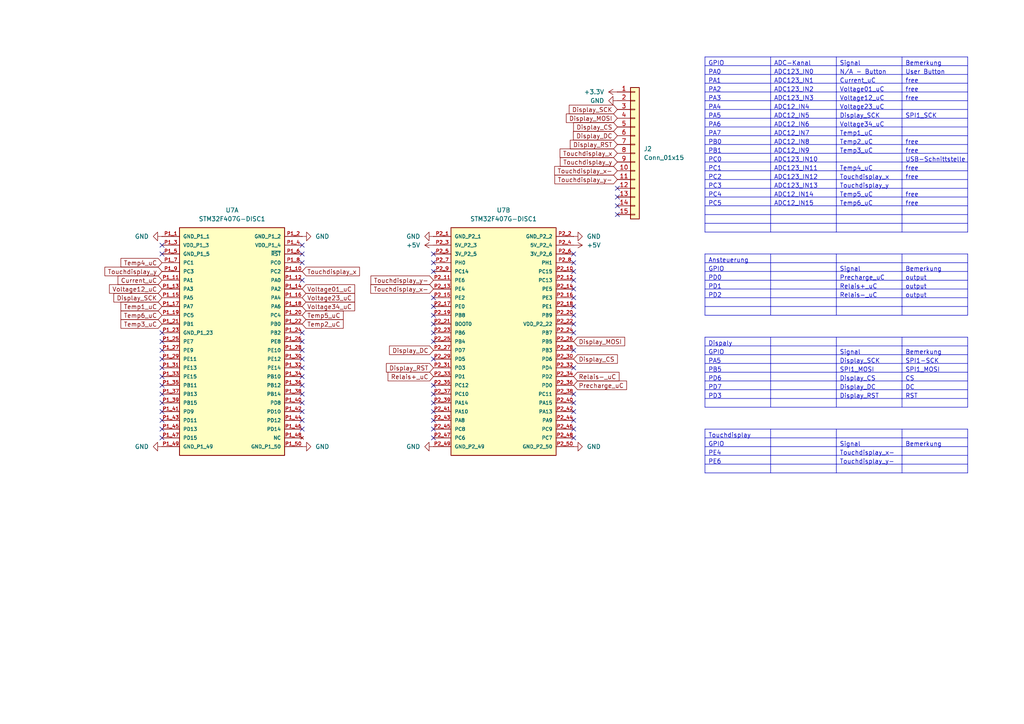
<source format=kicad_sch>
(kicad_sch
	(version 20250114)
	(generator "eeschema")
	(generator_version "9.0")
	(uuid "acb38ee6-1c7a-4937-9a22-c1708fd47631")
	(paper "A4")
	(lib_symbols
		(symbol "Connector_Generic:Conn_01x15"
			(pin_names
				(offset 1.016)
				(hide yes)
			)
			(exclude_from_sim no)
			(in_bom yes)
			(on_board yes)
			(property "Reference" "J"
				(at 0 20.32 0)
				(effects
					(font
						(size 1.27 1.27)
					)
				)
			)
			(property "Value" "Conn_01x15"
				(at 0 -20.32 0)
				(effects
					(font
						(size 1.27 1.27)
					)
				)
			)
			(property "Footprint" ""
				(at 0 0 0)
				(effects
					(font
						(size 1.27 1.27)
					)
					(hide yes)
				)
			)
			(property "Datasheet" "~"
				(at 0 0 0)
				(effects
					(font
						(size 1.27 1.27)
					)
					(hide yes)
				)
			)
			(property "Description" "Generic connector, single row, 01x15, script generated (kicad-library-utils/schlib/autogen/connector/)"
				(at 0 0 0)
				(effects
					(font
						(size 1.27 1.27)
					)
					(hide yes)
				)
			)
			(property "ki_keywords" "connector"
				(at 0 0 0)
				(effects
					(font
						(size 1.27 1.27)
					)
					(hide yes)
				)
			)
			(property "ki_fp_filters" "Connector*:*_1x??_*"
				(at 0 0 0)
				(effects
					(font
						(size 1.27 1.27)
					)
					(hide yes)
				)
			)
			(symbol "Conn_01x15_1_1"
				(rectangle
					(start -1.27 19.05)
					(end 1.27 -19.05)
					(stroke
						(width 0.254)
						(type default)
					)
					(fill
						(type background)
					)
				)
				(rectangle
					(start -1.27 17.907)
					(end 0 17.653)
					(stroke
						(width 0.1524)
						(type default)
					)
					(fill
						(type none)
					)
				)
				(rectangle
					(start -1.27 15.367)
					(end 0 15.113)
					(stroke
						(width 0.1524)
						(type default)
					)
					(fill
						(type none)
					)
				)
				(rectangle
					(start -1.27 12.827)
					(end 0 12.573)
					(stroke
						(width 0.1524)
						(type default)
					)
					(fill
						(type none)
					)
				)
				(rectangle
					(start -1.27 10.287)
					(end 0 10.033)
					(stroke
						(width 0.1524)
						(type default)
					)
					(fill
						(type none)
					)
				)
				(rectangle
					(start -1.27 7.747)
					(end 0 7.493)
					(stroke
						(width 0.1524)
						(type default)
					)
					(fill
						(type none)
					)
				)
				(rectangle
					(start -1.27 5.207)
					(end 0 4.953)
					(stroke
						(width 0.1524)
						(type default)
					)
					(fill
						(type none)
					)
				)
				(rectangle
					(start -1.27 2.667)
					(end 0 2.413)
					(stroke
						(width 0.1524)
						(type default)
					)
					(fill
						(type none)
					)
				)
				(rectangle
					(start -1.27 0.127)
					(end 0 -0.127)
					(stroke
						(width 0.1524)
						(type default)
					)
					(fill
						(type none)
					)
				)
				(rectangle
					(start -1.27 -2.413)
					(end 0 -2.667)
					(stroke
						(width 0.1524)
						(type default)
					)
					(fill
						(type none)
					)
				)
				(rectangle
					(start -1.27 -4.953)
					(end 0 -5.207)
					(stroke
						(width 0.1524)
						(type default)
					)
					(fill
						(type none)
					)
				)
				(rectangle
					(start -1.27 -7.493)
					(end 0 -7.747)
					(stroke
						(width 0.1524)
						(type default)
					)
					(fill
						(type none)
					)
				)
				(rectangle
					(start -1.27 -10.033)
					(end 0 -10.287)
					(stroke
						(width 0.1524)
						(type default)
					)
					(fill
						(type none)
					)
				)
				(rectangle
					(start -1.27 -12.573)
					(end 0 -12.827)
					(stroke
						(width 0.1524)
						(type default)
					)
					(fill
						(type none)
					)
				)
				(rectangle
					(start -1.27 -15.113)
					(end 0 -15.367)
					(stroke
						(width 0.1524)
						(type default)
					)
					(fill
						(type none)
					)
				)
				(rectangle
					(start -1.27 -17.653)
					(end 0 -17.907)
					(stroke
						(width 0.1524)
						(type default)
					)
					(fill
						(type none)
					)
				)
				(pin passive line
					(at -5.08 17.78 0)
					(length 3.81)
					(name "Pin_1"
						(effects
							(font
								(size 1.27 1.27)
							)
						)
					)
					(number "1"
						(effects
							(font
								(size 1.27 1.27)
							)
						)
					)
				)
				(pin passive line
					(at -5.08 15.24 0)
					(length 3.81)
					(name "Pin_2"
						(effects
							(font
								(size 1.27 1.27)
							)
						)
					)
					(number "2"
						(effects
							(font
								(size 1.27 1.27)
							)
						)
					)
				)
				(pin passive line
					(at -5.08 12.7 0)
					(length 3.81)
					(name "Pin_3"
						(effects
							(font
								(size 1.27 1.27)
							)
						)
					)
					(number "3"
						(effects
							(font
								(size 1.27 1.27)
							)
						)
					)
				)
				(pin passive line
					(at -5.08 10.16 0)
					(length 3.81)
					(name "Pin_4"
						(effects
							(font
								(size 1.27 1.27)
							)
						)
					)
					(number "4"
						(effects
							(font
								(size 1.27 1.27)
							)
						)
					)
				)
				(pin passive line
					(at -5.08 7.62 0)
					(length 3.81)
					(name "Pin_5"
						(effects
							(font
								(size 1.27 1.27)
							)
						)
					)
					(number "5"
						(effects
							(font
								(size 1.27 1.27)
							)
						)
					)
				)
				(pin passive line
					(at -5.08 5.08 0)
					(length 3.81)
					(name "Pin_6"
						(effects
							(font
								(size 1.27 1.27)
							)
						)
					)
					(number "6"
						(effects
							(font
								(size 1.27 1.27)
							)
						)
					)
				)
				(pin passive line
					(at -5.08 2.54 0)
					(length 3.81)
					(name "Pin_7"
						(effects
							(font
								(size 1.27 1.27)
							)
						)
					)
					(number "7"
						(effects
							(font
								(size 1.27 1.27)
							)
						)
					)
				)
				(pin passive line
					(at -5.08 0 0)
					(length 3.81)
					(name "Pin_8"
						(effects
							(font
								(size 1.27 1.27)
							)
						)
					)
					(number "8"
						(effects
							(font
								(size 1.27 1.27)
							)
						)
					)
				)
				(pin passive line
					(at -5.08 -2.54 0)
					(length 3.81)
					(name "Pin_9"
						(effects
							(font
								(size 1.27 1.27)
							)
						)
					)
					(number "9"
						(effects
							(font
								(size 1.27 1.27)
							)
						)
					)
				)
				(pin passive line
					(at -5.08 -5.08 0)
					(length 3.81)
					(name "Pin_10"
						(effects
							(font
								(size 1.27 1.27)
							)
						)
					)
					(number "10"
						(effects
							(font
								(size 1.27 1.27)
							)
						)
					)
				)
				(pin passive line
					(at -5.08 -7.62 0)
					(length 3.81)
					(name "Pin_11"
						(effects
							(font
								(size 1.27 1.27)
							)
						)
					)
					(number "11"
						(effects
							(font
								(size 1.27 1.27)
							)
						)
					)
				)
				(pin passive line
					(at -5.08 -10.16 0)
					(length 3.81)
					(name "Pin_12"
						(effects
							(font
								(size 1.27 1.27)
							)
						)
					)
					(number "12"
						(effects
							(font
								(size 1.27 1.27)
							)
						)
					)
				)
				(pin passive line
					(at -5.08 -12.7 0)
					(length 3.81)
					(name "Pin_13"
						(effects
							(font
								(size 1.27 1.27)
							)
						)
					)
					(number "13"
						(effects
							(font
								(size 1.27 1.27)
							)
						)
					)
				)
				(pin passive line
					(at -5.08 -15.24 0)
					(length 3.81)
					(name "Pin_14"
						(effects
							(font
								(size 1.27 1.27)
							)
						)
					)
					(number "14"
						(effects
							(font
								(size 1.27 1.27)
							)
						)
					)
				)
				(pin passive line
					(at -5.08 -17.78 0)
					(length 3.81)
					(name "Pin_15"
						(effects
							(font
								(size 1.27 1.27)
							)
						)
					)
					(number "15"
						(effects
							(font
								(size 1.27 1.27)
							)
						)
					)
				)
			)
			(embedded_fonts no)
		)
		(symbol "STM32F407G-DISC1:STM32F407G-DISC1"
			(pin_names
				(offset 1.016)
			)
			(exclude_from_sim no)
			(in_bom yes)
			(on_board yes)
			(property "Reference" "U"
				(at -15.24 33.782 0)
				(effects
					(font
						(size 1.27 1.27)
					)
					(justify left bottom)
				)
			)
			(property "Value" "STM32F407G-DISC1"
				(at -15.24 -35.56 0)
				(effects
					(font
						(size 1.27 1.27)
					)
					(justify left bottom)
				)
			)
			(property "Footprint" "STM32F407G-DISC1:MODULE_STM32F407G-DISC1"
				(at 0 0 0)
				(effects
					(font
						(size 1.27 1.27)
					)
					(justify bottom)
					(hide yes)
				)
			)
			(property "Datasheet" ""
				(at 0 0 0)
				(effects
					(font
						(size 1.27 1.27)
					)
					(hide yes)
				)
			)
			(property "Description" ""
				(at 0 0 0)
				(effects
					(font
						(size 1.27 1.27)
					)
					(hide yes)
				)
			)
			(property "MF" "STMicroelectronics"
				(at 0 0 0)
				(effects
					(font
						(size 1.27 1.27)
					)
					(justify bottom)
					(hide yes)
				)
			)
			(property "Description_1" "STM32F407, STM32F417 Discovery STM32F4 ARM® Cortex®-M4 MCU 32-Bit Embedded Evaluation Board"
				(at 0 0 0)
				(effects
					(font
						(size 1.27 1.27)
					)
					(justify bottom)
					(hide yes)
				)
			)
			(property "Package" "None"
				(at 0 0 0)
				(effects
					(font
						(size 1.27 1.27)
					)
					(justify bottom)
					(hide yes)
				)
			)
			(property "Price" "None"
				(at 0 0 0)
				(effects
					(font
						(size 1.27 1.27)
					)
					(justify bottom)
					(hide yes)
				)
			)
			(property "Check_prices" "https://www.snapeda.com/parts/STM32F407G-DISC1/STMicroelectronics/view-part/?ref=eda"
				(at 0 0 0)
				(effects
					(font
						(size 1.27 1.27)
					)
					(justify bottom)
					(hide yes)
				)
			)
			(property "STANDARD" "Manufacturer Recommendations"
				(at 0 0 0)
				(effects
					(font
						(size 1.27 1.27)
					)
					(justify bottom)
					(hide yes)
				)
			)
			(property "PARTREV" "7"
				(at 0 0 0)
				(effects
					(font
						(size 1.27 1.27)
					)
					(justify bottom)
					(hide yes)
				)
			)
			(property "SnapEDA_Link" "https://www.snapeda.com/parts/STM32F407G-DISC1/STMicroelectronics/view-part/?ref=snap"
				(at 0 0 0)
				(effects
					(font
						(size 1.27 1.27)
					)
					(justify bottom)
					(hide yes)
				)
			)
			(property "MP" "STM32F407G-DISC1"
				(at 0 0 0)
				(effects
					(font
						(size 1.27 1.27)
					)
					(justify bottom)
					(hide yes)
				)
			)
			(property "Purchase-URL" "https://www.snapeda.com/api/url_track_click_mouser/?unipart_id=501640&manufacturer=STMicroelectronics&part_name=STM32F407G-DISC1&search_term=None"
				(at 0 0 0)
				(effects
					(font
						(size 1.27 1.27)
					)
					(justify bottom)
					(hide yes)
				)
			)
			(property "Availability" "In Stock"
				(at 0 0 0)
				(effects
					(font
						(size 1.27 1.27)
					)
					(justify bottom)
					(hide yes)
				)
			)
			(property "MANUFACTURER" "STMicroelectronics"
				(at 0 0 0)
				(effects
					(font
						(size 1.27 1.27)
					)
					(justify bottom)
					(hide yes)
				)
			)
			(symbol "STM32F407G-DISC1_1_0"
				(rectangle
					(start -15.24 -33.02)
					(end 15.24 33.02)
					(stroke
						(width 0.254)
						(type default)
					)
					(fill
						(type background)
					)
				)
				(pin power_in line
					(at -20.32 30.48 0)
					(length 5.08)
					(name "GND_P1_1"
						(effects
							(font
								(size 1.016 1.016)
							)
						)
					)
					(number "P1_1"
						(effects
							(font
								(size 1.016 1.016)
							)
						)
					)
				)
				(pin power_in line
					(at -20.32 27.94 0)
					(length 5.08)
					(name "VDD_P1_3"
						(effects
							(font
								(size 1.016 1.016)
							)
						)
					)
					(number "P1_3"
						(effects
							(font
								(size 1.016 1.016)
							)
						)
					)
				)
				(pin power_in line
					(at -20.32 25.4 0)
					(length 5.08)
					(name "GND_P1_5"
						(effects
							(font
								(size 1.016 1.016)
							)
						)
					)
					(number "P1_5"
						(effects
							(font
								(size 1.016 1.016)
							)
						)
					)
				)
				(pin bidirectional line
					(at -20.32 22.86 0)
					(length 5.08)
					(name "PC1"
						(effects
							(font
								(size 1.016 1.016)
							)
						)
					)
					(number "P1_7"
						(effects
							(font
								(size 1.016 1.016)
							)
						)
					)
				)
				(pin bidirectional line
					(at -20.32 20.32 0)
					(length 5.08)
					(name "PC3"
						(effects
							(font
								(size 1.016 1.016)
							)
						)
					)
					(number "P1_9"
						(effects
							(font
								(size 1.016 1.016)
							)
						)
					)
				)
				(pin bidirectional line
					(at -20.32 17.78 0)
					(length 5.08)
					(name "PA1"
						(effects
							(font
								(size 1.016 1.016)
							)
						)
					)
					(number "P1_11"
						(effects
							(font
								(size 1.016 1.016)
							)
						)
					)
				)
				(pin bidirectional line
					(at -20.32 15.24 0)
					(length 5.08)
					(name "PA3"
						(effects
							(font
								(size 1.016 1.016)
							)
						)
					)
					(number "P1_13"
						(effects
							(font
								(size 1.016 1.016)
							)
						)
					)
				)
				(pin bidirectional line
					(at -20.32 12.7 0)
					(length 5.08)
					(name "PA5"
						(effects
							(font
								(size 1.016 1.016)
							)
						)
					)
					(number "P1_15"
						(effects
							(font
								(size 1.016 1.016)
							)
						)
					)
				)
				(pin bidirectional line
					(at -20.32 10.16 0)
					(length 5.08)
					(name "PA7"
						(effects
							(font
								(size 1.016 1.016)
							)
						)
					)
					(number "P1_17"
						(effects
							(font
								(size 1.016 1.016)
							)
						)
					)
				)
				(pin bidirectional line
					(at -20.32 7.62 0)
					(length 5.08)
					(name "PC5"
						(effects
							(font
								(size 1.016 1.016)
							)
						)
					)
					(number "P1_19"
						(effects
							(font
								(size 1.016 1.016)
							)
						)
					)
				)
				(pin bidirectional line
					(at -20.32 5.08 0)
					(length 5.08)
					(name "PB1"
						(effects
							(font
								(size 1.016 1.016)
							)
						)
					)
					(number "P1_21"
						(effects
							(font
								(size 1.016 1.016)
							)
						)
					)
				)
				(pin power_in line
					(at -20.32 2.54 0)
					(length 5.08)
					(name "GND_P1_23"
						(effects
							(font
								(size 1.016 1.016)
							)
						)
					)
					(number "P1_23"
						(effects
							(font
								(size 1.016 1.016)
							)
						)
					)
				)
				(pin bidirectional line
					(at -20.32 0 0)
					(length 5.08)
					(name "PE7"
						(effects
							(font
								(size 1.016 1.016)
							)
						)
					)
					(number "P1_25"
						(effects
							(font
								(size 1.016 1.016)
							)
						)
					)
				)
				(pin bidirectional line
					(at -20.32 -2.54 0)
					(length 5.08)
					(name "PE9"
						(effects
							(font
								(size 1.016 1.016)
							)
						)
					)
					(number "P1_27"
						(effects
							(font
								(size 1.016 1.016)
							)
						)
					)
				)
				(pin bidirectional line
					(at -20.32 -5.08 0)
					(length 5.08)
					(name "PE11"
						(effects
							(font
								(size 1.016 1.016)
							)
						)
					)
					(number "P1_29"
						(effects
							(font
								(size 1.016 1.016)
							)
						)
					)
				)
				(pin bidirectional line
					(at -20.32 -7.62 0)
					(length 5.08)
					(name "PE13"
						(effects
							(font
								(size 1.016 1.016)
							)
						)
					)
					(number "P1_31"
						(effects
							(font
								(size 1.016 1.016)
							)
						)
					)
				)
				(pin bidirectional line
					(at -20.32 -10.16 0)
					(length 5.08)
					(name "PE15"
						(effects
							(font
								(size 1.016 1.016)
							)
						)
					)
					(number "P1_33"
						(effects
							(font
								(size 1.016 1.016)
							)
						)
					)
				)
				(pin bidirectional line
					(at -20.32 -12.7 0)
					(length 5.08)
					(name "PB11"
						(effects
							(font
								(size 1.016 1.016)
							)
						)
					)
					(number "P1_35"
						(effects
							(font
								(size 1.016 1.016)
							)
						)
					)
				)
				(pin bidirectional line
					(at -20.32 -15.24 0)
					(length 5.08)
					(name "PB13"
						(effects
							(font
								(size 1.016 1.016)
							)
						)
					)
					(number "P1_37"
						(effects
							(font
								(size 1.016 1.016)
							)
						)
					)
				)
				(pin bidirectional line
					(at -20.32 -17.78 0)
					(length 5.08)
					(name "PB15"
						(effects
							(font
								(size 1.016 1.016)
							)
						)
					)
					(number "P1_39"
						(effects
							(font
								(size 1.016 1.016)
							)
						)
					)
				)
				(pin bidirectional line
					(at -20.32 -20.32 0)
					(length 5.08)
					(name "PD9"
						(effects
							(font
								(size 1.016 1.016)
							)
						)
					)
					(number "P1_41"
						(effects
							(font
								(size 1.016 1.016)
							)
						)
					)
				)
				(pin bidirectional line
					(at -20.32 -22.86 0)
					(length 5.08)
					(name "PD11"
						(effects
							(font
								(size 1.016 1.016)
							)
						)
					)
					(number "P1_43"
						(effects
							(font
								(size 1.016 1.016)
							)
						)
					)
				)
				(pin bidirectional line
					(at -20.32 -25.4 0)
					(length 5.08)
					(name "PD13"
						(effects
							(font
								(size 1.016 1.016)
							)
						)
					)
					(number "P1_45"
						(effects
							(font
								(size 1.016 1.016)
							)
						)
					)
				)
				(pin bidirectional line
					(at -20.32 -27.94 0)
					(length 5.08)
					(name "PD15"
						(effects
							(font
								(size 1.016 1.016)
							)
						)
					)
					(number "P1_47"
						(effects
							(font
								(size 1.016 1.016)
							)
						)
					)
				)
				(pin power_in line
					(at -20.32 -30.48 0)
					(length 5.08)
					(name "GND_P1_49"
						(effects
							(font
								(size 1.016 1.016)
							)
						)
					)
					(number "P1_49"
						(effects
							(font
								(size 1.016 1.016)
							)
						)
					)
				)
				(pin power_in line
					(at 20.32 30.48 180)
					(length 5.08)
					(name "GND_P1_2"
						(effects
							(font
								(size 1.016 1.016)
							)
						)
					)
					(number "P1_2"
						(effects
							(font
								(size 1.016 1.016)
							)
						)
					)
				)
				(pin power_in line
					(at 20.32 27.94 180)
					(length 5.08)
					(name "VDD_P1_4"
						(effects
							(font
								(size 1.016 1.016)
							)
						)
					)
					(number "P1_4"
						(effects
							(font
								(size 1.016 1.016)
							)
						)
					)
				)
				(pin bidirectional line
					(at 20.32 25.4 180)
					(length 5.08)
					(name "~{RST}"
						(effects
							(font
								(size 1.016 1.016)
							)
						)
					)
					(number "P1_6"
						(effects
							(font
								(size 1.016 1.016)
							)
						)
					)
				)
				(pin bidirectional line
					(at 20.32 22.86 180)
					(length 5.08)
					(name "PC0"
						(effects
							(font
								(size 1.016 1.016)
							)
						)
					)
					(number "P1_8"
						(effects
							(font
								(size 1.016 1.016)
							)
						)
					)
				)
				(pin bidirectional line
					(at 20.32 20.32 180)
					(length 5.08)
					(name "PC2"
						(effects
							(font
								(size 1.016 1.016)
							)
						)
					)
					(number "P1_10"
						(effects
							(font
								(size 1.016 1.016)
							)
						)
					)
				)
				(pin bidirectional line
					(at 20.32 17.78 180)
					(length 5.08)
					(name "PA0"
						(effects
							(font
								(size 1.016 1.016)
							)
						)
					)
					(number "P1_12"
						(effects
							(font
								(size 1.016 1.016)
							)
						)
					)
				)
				(pin bidirectional line
					(at 20.32 15.24 180)
					(length 5.08)
					(name "PA2"
						(effects
							(font
								(size 1.016 1.016)
							)
						)
					)
					(number "P1_14"
						(effects
							(font
								(size 1.016 1.016)
							)
						)
					)
				)
				(pin bidirectional line
					(at 20.32 12.7 180)
					(length 5.08)
					(name "PA4"
						(effects
							(font
								(size 1.016 1.016)
							)
						)
					)
					(number "P1_16"
						(effects
							(font
								(size 1.016 1.016)
							)
						)
					)
				)
				(pin bidirectional line
					(at 20.32 10.16 180)
					(length 5.08)
					(name "PA6"
						(effects
							(font
								(size 1.016 1.016)
							)
						)
					)
					(number "P1_18"
						(effects
							(font
								(size 1.016 1.016)
							)
						)
					)
				)
				(pin bidirectional line
					(at 20.32 7.62 180)
					(length 5.08)
					(name "PC4"
						(effects
							(font
								(size 1.016 1.016)
							)
						)
					)
					(number "P1_20"
						(effects
							(font
								(size 1.016 1.016)
							)
						)
					)
				)
				(pin bidirectional line
					(at 20.32 5.08 180)
					(length 5.08)
					(name "PB0"
						(effects
							(font
								(size 1.016 1.016)
							)
						)
					)
					(number "P1_22"
						(effects
							(font
								(size 1.016 1.016)
							)
						)
					)
				)
				(pin bidirectional line
					(at 20.32 2.54 180)
					(length 5.08)
					(name "PB2"
						(effects
							(font
								(size 1.016 1.016)
							)
						)
					)
					(number "P1_24"
						(effects
							(font
								(size 1.016 1.016)
							)
						)
					)
				)
				(pin bidirectional line
					(at 20.32 0 180)
					(length 5.08)
					(name "PE8"
						(effects
							(font
								(size 1.016 1.016)
							)
						)
					)
					(number "P1_26"
						(effects
							(font
								(size 1.016 1.016)
							)
						)
					)
				)
				(pin bidirectional line
					(at 20.32 -2.54 180)
					(length 5.08)
					(name "PE10"
						(effects
							(font
								(size 1.016 1.016)
							)
						)
					)
					(number "P1_28"
						(effects
							(font
								(size 1.016 1.016)
							)
						)
					)
				)
				(pin bidirectional line
					(at 20.32 -5.08 180)
					(length 5.08)
					(name "PE12"
						(effects
							(font
								(size 1.016 1.016)
							)
						)
					)
					(number "P1_30"
						(effects
							(font
								(size 1.016 1.016)
							)
						)
					)
				)
				(pin bidirectional line
					(at 20.32 -7.62 180)
					(length 5.08)
					(name "PE14"
						(effects
							(font
								(size 1.016 1.016)
							)
						)
					)
					(number "P1_32"
						(effects
							(font
								(size 1.016 1.016)
							)
						)
					)
				)
				(pin bidirectional line
					(at 20.32 -10.16 180)
					(length 5.08)
					(name "PB10"
						(effects
							(font
								(size 1.016 1.016)
							)
						)
					)
					(number "P1_34"
						(effects
							(font
								(size 1.016 1.016)
							)
						)
					)
				)
				(pin bidirectional line
					(at 20.32 -12.7 180)
					(length 5.08)
					(name "PB12"
						(effects
							(font
								(size 1.016 1.016)
							)
						)
					)
					(number "P1_36"
						(effects
							(font
								(size 1.016 1.016)
							)
						)
					)
				)
				(pin bidirectional line
					(at 20.32 -15.24 180)
					(length 5.08)
					(name "PB14"
						(effects
							(font
								(size 1.016 1.016)
							)
						)
					)
					(number "P1_38"
						(effects
							(font
								(size 1.016 1.016)
							)
						)
					)
				)
				(pin bidirectional line
					(at 20.32 -17.78 180)
					(length 5.08)
					(name "PD8"
						(effects
							(font
								(size 1.016 1.016)
							)
						)
					)
					(number "P1_40"
						(effects
							(font
								(size 1.016 1.016)
							)
						)
					)
				)
				(pin bidirectional line
					(at 20.32 -20.32 180)
					(length 5.08)
					(name "PD10"
						(effects
							(font
								(size 1.016 1.016)
							)
						)
					)
					(number "P1_42"
						(effects
							(font
								(size 1.016 1.016)
							)
						)
					)
				)
				(pin bidirectional line
					(at 20.32 -22.86 180)
					(length 5.08)
					(name "PD12"
						(effects
							(font
								(size 1.016 1.016)
							)
						)
					)
					(number "P1_44"
						(effects
							(font
								(size 1.016 1.016)
							)
						)
					)
				)
				(pin bidirectional line
					(at 20.32 -25.4 180)
					(length 5.08)
					(name "PD14"
						(effects
							(font
								(size 1.016 1.016)
							)
						)
					)
					(number "P1_46"
						(effects
							(font
								(size 1.016 1.016)
							)
						)
					)
				)
				(pin no_connect line
					(at 20.32 -27.94 180)
					(length 5.08)
					(name "NC"
						(effects
							(font
								(size 1.016 1.016)
							)
						)
					)
					(number "P1_48"
						(effects
							(font
								(size 1.016 1.016)
							)
						)
					)
				)
				(pin power_in line
					(at 20.32 -30.48 180)
					(length 5.08)
					(name "GND_P1_50"
						(effects
							(font
								(size 1.016 1.016)
							)
						)
					)
					(number "P1_50"
						(effects
							(font
								(size 1.016 1.016)
							)
						)
					)
				)
			)
			(symbol "STM32F407G-DISC1_2_0"
				(rectangle
					(start -15.24 -33.02)
					(end 15.24 33.02)
					(stroke
						(width 0.254)
						(type default)
					)
					(fill
						(type background)
					)
				)
				(pin power_in line
					(at -20.32 30.48 0)
					(length 5.08)
					(name "GND_P2_1"
						(effects
							(font
								(size 1.016 1.016)
							)
						)
					)
					(number "P2_1"
						(effects
							(font
								(size 1.016 1.016)
							)
						)
					)
				)
				(pin power_in line
					(at -20.32 27.94 0)
					(length 5.08)
					(name "5V_P2_3"
						(effects
							(font
								(size 1.016 1.016)
							)
						)
					)
					(number "P2_3"
						(effects
							(font
								(size 1.016 1.016)
							)
						)
					)
				)
				(pin power_in line
					(at -20.32 25.4 0)
					(length 5.08)
					(name "3V_P2_5"
						(effects
							(font
								(size 1.016 1.016)
							)
						)
					)
					(number "P2_5"
						(effects
							(font
								(size 1.016 1.016)
							)
						)
					)
				)
				(pin bidirectional line
					(at -20.32 22.86 0)
					(length 5.08)
					(name "PH0"
						(effects
							(font
								(size 1.016 1.016)
							)
						)
					)
					(number "P2_7"
						(effects
							(font
								(size 1.016 1.016)
							)
						)
					)
				)
				(pin bidirectional line
					(at -20.32 20.32 0)
					(length 5.08)
					(name "PC14"
						(effects
							(font
								(size 1.016 1.016)
							)
						)
					)
					(number "P2_9"
						(effects
							(font
								(size 1.016 1.016)
							)
						)
					)
				)
				(pin bidirectional line
					(at -20.32 17.78 0)
					(length 5.08)
					(name "PE6"
						(effects
							(font
								(size 1.016 1.016)
							)
						)
					)
					(number "P2_11"
						(effects
							(font
								(size 1.016 1.016)
							)
						)
					)
				)
				(pin bidirectional line
					(at -20.32 15.24 0)
					(length 5.08)
					(name "PE4"
						(effects
							(font
								(size 1.016 1.016)
							)
						)
					)
					(number "P2_13"
						(effects
							(font
								(size 1.016 1.016)
							)
						)
					)
				)
				(pin bidirectional line
					(at -20.32 12.7 0)
					(length 5.08)
					(name "PE2"
						(effects
							(font
								(size 1.016 1.016)
							)
						)
					)
					(number "P2_15"
						(effects
							(font
								(size 1.016 1.016)
							)
						)
					)
				)
				(pin bidirectional line
					(at -20.32 10.16 0)
					(length 5.08)
					(name "PE0"
						(effects
							(font
								(size 1.016 1.016)
							)
						)
					)
					(number "P2_17"
						(effects
							(font
								(size 1.016 1.016)
							)
						)
					)
				)
				(pin bidirectional line
					(at -20.32 7.62 0)
					(length 5.08)
					(name "PB8"
						(effects
							(font
								(size 1.016 1.016)
							)
						)
					)
					(number "P2_19"
						(effects
							(font
								(size 1.016 1.016)
							)
						)
					)
				)
				(pin input line
					(at -20.32 5.08 0)
					(length 5.08)
					(name "BOOT0"
						(effects
							(font
								(size 1.016 1.016)
							)
						)
					)
					(number "P2_21"
						(effects
							(font
								(size 1.016 1.016)
							)
						)
					)
				)
				(pin bidirectional line
					(at -20.32 2.54 0)
					(length 5.08)
					(name "PB6"
						(effects
							(font
								(size 1.016 1.016)
							)
						)
					)
					(number "P2_23"
						(effects
							(font
								(size 1.016 1.016)
							)
						)
					)
				)
				(pin bidirectional line
					(at -20.32 0 0)
					(length 5.08)
					(name "PB4"
						(effects
							(font
								(size 1.016 1.016)
							)
						)
					)
					(number "P2_25"
						(effects
							(font
								(size 1.016 1.016)
							)
						)
					)
				)
				(pin bidirectional line
					(at -20.32 -2.54 0)
					(length 5.08)
					(name "PD7"
						(effects
							(font
								(size 1.016 1.016)
							)
						)
					)
					(number "P2_27"
						(effects
							(font
								(size 1.016 1.016)
							)
						)
					)
				)
				(pin bidirectional line
					(at -20.32 -5.08 0)
					(length 5.08)
					(name "PD5"
						(effects
							(font
								(size 1.016 1.016)
							)
						)
					)
					(number "P2_29"
						(effects
							(font
								(size 1.016 1.016)
							)
						)
					)
				)
				(pin bidirectional line
					(at -20.32 -7.62 0)
					(length 5.08)
					(name "PD3"
						(effects
							(font
								(size 1.016 1.016)
							)
						)
					)
					(number "P2_31"
						(effects
							(font
								(size 1.016 1.016)
							)
						)
					)
				)
				(pin bidirectional line
					(at -20.32 -10.16 0)
					(length 5.08)
					(name "PD1"
						(effects
							(font
								(size 1.016 1.016)
							)
						)
					)
					(number "P2_33"
						(effects
							(font
								(size 1.016 1.016)
							)
						)
					)
				)
				(pin bidirectional line
					(at -20.32 -12.7 0)
					(length 5.08)
					(name "PC12"
						(effects
							(font
								(size 1.016 1.016)
							)
						)
					)
					(number "P2_35"
						(effects
							(font
								(size 1.016 1.016)
							)
						)
					)
				)
				(pin bidirectional line
					(at -20.32 -15.24 0)
					(length 5.08)
					(name "PC10"
						(effects
							(font
								(size 1.016 1.016)
							)
						)
					)
					(number "P2_37"
						(effects
							(font
								(size 1.016 1.016)
							)
						)
					)
				)
				(pin bidirectional line
					(at -20.32 -17.78 0)
					(length 5.08)
					(name "PA14"
						(effects
							(font
								(size 1.016 1.016)
							)
						)
					)
					(number "P2_39"
						(effects
							(font
								(size 1.016 1.016)
							)
						)
					)
				)
				(pin bidirectional line
					(at -20.32 -20.32 0)
					(length 5.08)
					(name "PA10"
						(effects
							(font
								(size 1.016 1.016)
							)
						)
					)
					(number "P2_41"
						(effects
							(font
								(size 1.016 1.016)
							)
						)
					)
				)
				(pin bidirectional line
					(at -20.32 -22.86 0)
					(length 5.08)
					(name "PA8"
						(effects
							(font
								(size 1.016 1.016)
							)
						)
					)
					(number "P2_43"
						(effects
							(font
								(size 1.016 1.016)
							)
						)
					)
				)
				(pin bidirectional line
					(at -20.32 -25.4 0)
					(length 5.08)
					(name "PC8"
						(effects
							(font
								(size 1.016 1.016)
							)
						)
					)
					(number "P2_45"
						(effects
							(font
								(size 1.016 1.016)
							)
						)
					)
				)
				(pin bidirectional line
					(at -20.32 -27.94 0)
					(length 5.08)
					(name "PC6"
						(effects
							(font
								(size 1.016 1.016)
							)
						)
					)
					(number "P2_47"
						(effects
							(font
								(size 1.016 1.016)
							)
						)
					)
				)
				(pin power_in line
					(at -20.32 -30.48 0)
					(length 5.08)
					(name "GND_P2_49"
						(effects
							(font
								(size 1.016 1.016)
							)
						)
					)
					(number "P2_49"
						(effects
							(font
								(size 1.016 1.016)
							)
						)
					)
				)
				(pin power_in line
					(at 20.32 30.48 180)
					(length 5.08)
					(name "GND_P2_2"
						(effects
							(font
								(size 1.016 1.016)
							)
						)
					)
					(number "P2_2"
						(effects
							(font
								(size 1.016 1.016)
							)
						)
					)
				)
				(pin power_in line
					(at 20.32 27.94 180)
					(length 5.08)
					(name "5V_P2_4"
						(effects
							(font
								(size 1.016 1.016)
							)
						)
					)
					(number "P2_4"
						(effects
							(font
								(size 1.016 1.016)
							)
						)
					)
				)
				(pin power_in line
					(at 20.32 25.4 180)
					(length 5.08)
					(name "3V_P2_6"
						(effects
							(font
								(size 1.016 1.016)
							)
						)
					)
					(number "P2_6"
						(effects
							(font
								(size 1.016 1.016)
							)
						)
					)
				)
				(pin bidirectional line
					(at 20.32 22.86 180)
					(length 5.08)
					(name "PH1"
						(effects
							(font
								(size 1.016 1.016)
							)
						)
					)
					(number "P2_8"
						(effects
							(font
								(size 1.016 1.016)
							)
						)
					)
				)
				(pin bidirectional line
					(at 20.32 20.32 180)
					(length 5.08)
					(name "PC15"
						(effects
							(font
								(size 1.016 1.016)
							)
						)
					)
					(number "P2_10"
						(effects
							(font
								(size 1.016 1.016)
							)
						)
					)
				)
				(pin bidirectional line
					(at 20.32 17.78 180)
					(length 5.08)
					(name "PC13"
						(effects
							(font
								(size 1.016 1.016)
							)
						)
					)
					(number "P2_12"
						(effects
							(font
								(size 1.016 1.016)
							)
						)
					)
				)
				(pin bidirectional line
					(at 20.32 15.24 180)
					(length 5.08)
					(name "PE5"
						(effects
							(font
								(size 1.016 1.016)
							)
						)
					)
					(number "P2_14"
						(effects
							(font
								(size 1.016 1.016)
							)
						)
					)
				)
				(pin bidirectional line
					(at 20.32 12.7 180)
					(length 5.08)
					(name "PE3"
						(effects
							(font
								(size 1.016 1.016)
							)
						)
					)
					(number "P2_16"
						(effects
							(font
								(size 1.016 1.016)
							)
						)
					)
				)
				(pin bidirectional line
					(at 20.32 10.16 180)
					(length 5.08)
					(name "PE1"
						(effects
							(font
								(size 1.016 1.016)
							)
						)
					)
					(number "P2_18"
						(effects
							(font
								(size 1.016 1.016)
							)
						)
					)
				)
				(pin bidirectional line
					(at 20.32 7.62 180)
					(length 5.08)
					(name "PB9"
						(effects
							(font
								(size 1.016 1.016)
							)
						)
					)
					(number "P2_20"
						(effects
							(font
								(size 1.016 1.016)
							)
						)
					)
				)
				(pin power_in line
					(at 20.32 5.08 180)
					(length 5.08)
					(name "VDD_P2_22"
						(effects
							(font
								(size 1.016 1.016)
							)
						)
					)
					(number "P2_22"
						(effects
							(font
								(size 1.016 1.016)
							)
						)
					)
				)
				(pin bidirectional line
					(at 20.32 2.54 180)
					(length 5.08)
					(name "PB7"
						(effects
							(font
								(size 1.016 1.016)
							)
						)
					)
					(number "P2_24"
						(effects
							(font
								(size 1.016 1.016)
							)
						)
					)
				)
				(pin bidirectional line
					(at 20.32 0 180)
					(length 5.08)
					(name "PB5"
						(effects
							(font
								(size 1.016 1.016)
							)
						)
					)
					(number "P2_26"
						(effects
							(font
								(size 1.016 1.016)
							)
						)
					)
				)
				(pin bidirectional line
					(at 20.32 -2.54 180)
					(length 5.08)
					(name "PB3"
						(effects
							(font
								(size 1.016 1.016)
							)
						)
					)
					(number "P2_28"
						(effects
							(font
								(size 1.016 1.016)
							)
						)
					)
				)
				(pin bidirectional line
					(at 20.32 -5.08 180)
					(length 5.08)
					(name "PD6"
						(effects
							(font
								(size 1.016 1.016)
							)
						)
					)
					(number "P2_30"
						(effects
							(font
								(size 1.016 1.016)
							)
						)
					)
				)
				(pin bidirectional line
					(at 20.32 -7.62 180)
					(length 5.08)
					(name "PD4"
						(effects
							(font
								(size 1.016 1.016)
							)
						)
					)
					(number "P2_32"
						(effects
							(font
								(size 1.016 1.016)
							)
						)
					)
				)
				(pin bidirectional line
					(at 20.32 -10.16 180)
					(length 5.08)
					(name "PD2"
						(effects
							(font
								(size 1.016 1.016)
							)
						)
					)
					(number "P2_34"
						(effects
							(font
								(size 1.016 1.016)
							)
						)
					)
				)
				(pin bidirectional line
					(at 20.32 -12.7 180)
					(length 5.08)
					(name "PD0"
						(effects
							(font
								(size 1.016 1.016)
							)
						)
					)
					(number "P2_36"
						(effects
							(font
								(size 1.016 1.016)
							)
						)
					)
				)
				(pin bidirectional line
					(at 20.32 -15.24 180)
					(length 5.08)
					(name "PC11"
						(effects
							(font
								(size 1.016 1.016)
							)
						)
					)
					(number "P2_38"
						(effects
							(font
								(size 1.016 1.016)
							)
						)
					)
				)
				(pin bidirectional line
					(at 20.32 -17.78 180)
					(length 5.08)
					(name "PA15"
						(effects
							(font
								(size 1.016 1.016)
							)
						)
					)
					(number "P2_40"
						(effects
							(font
								(size 1.016 1.016)
							)
						)
					)
				)
				(pin bidirectional line
					(at 20.32 -20.32 180)
					(length 5.08)
					(name "PA13"
						(effects
							(font
								(size 1.016 1.016)
							)
						)
					)
					(number "P2_42"
						(effects
							(font
								(size 1.016 1.016)
							)
						)
					)
				)
				(pin bidirectional line
					(at 20.32 -22.86 180)
					(length 5.08)
					(name "PA9"
						(effects
							(font
								(size 1.016 1.016)
							)
						)
					)
					(number "P2_44"
						(effects
							(font
								(size 1.016 1.016)
							)
						)
					)
				)
				(pin bidirectional line
					(at 20.32 -25.4 180)
					(length 5.08)
					(name "PC9"
						(effects
							(font
								(size 1.016 1.016)
							)
						)
					)
					(number "P2_46"
						(effects
							(font
								(size 1.016 1.016)
							)
						)
					)
				)
				(pin bidirectional line
					(at 20.32 -27.94 180)
					(length 5.08)
					(name "PC7"
						(effects
							(font
								(size 1.016 1.016)
							)
						)
					)
					(number "P2_48"
						(effects
							(font
								(size 1.016 1.016)
							)
						)
					)
				)
				(pin power_in line
					(at 20.32 -30.48 180)
					(length 5.08)
					(name "GND_P2_50"
						(effects
							(font
								(size 1.016 1.016)
							)
						)
					)
					(number "P2_50"
						(effects
							(font
								(size 1.016 1.016)
							)
						)
					)
				)
			)
			(embedded_fonts no)
		)
		(symbol "power:+3.3V"
			(power)
			(pin_numbers
				(hide yes)
			)
			(pin_names
				(offset 0)
				(hide yes)
			)
			(exclude_from_sim no)
			(in_bom yes)
			(on_board yes)
			(property "Reference" "#PWR"
				(at 0 -3.81 0)
				(effects
					(font
						(size 1.27 1.27)
					)
					(hide yes)
				)
			)
			(property "Value" "+3.3V"
				(at 0 3.556 0)
				(effects
					(font
						(size 1.27 1.27)
					)
				)
			)
			(property "Footprint" ""
				(at 0 0 0)
				(effects
					(font
						(size 1.27 1.27)
					)
					(hide yes)
				)
			)
			(property "Datasheet" ""
				(at 0 0 0)
				(effects
					(font
						(size 1.27 1.27)
					)
					(hide yes)
				)
			)
			(property "Description" "Power symbol creates a global label with name \"+3.3V\""
				(at 0 0 0)
				(effects
					(font
						(size 1.27 1.27)
					)
					(hide yes)
				)
			)
			(property "ki_keywords" "global power"
				(at 0 0 0)
				(effects
					(font
						(size 1.27 1.27)
					)
					(hide yes)
				)
			)
			(symbol "+3.3V_0_1"
				(polyline
					(pts
						(xy -0.762 1.27) (xy 0 2.54)
					)
					(stroke
						(width 0)
						(type default)
					)
					(fill
						(type none)
					)
				)
				(polyline
					(pts
						(xy 0 2.54) (xy 0.762 1.27)
					)
					(stroke
						(width 0)
						(type default)
					)
					(fill
						(type none)
					)
				)
				(polyline
					(pts
						(xy 0 0) (xy 0 2.54)
					)
					(stroke
						(width 0)
						(type default)
					)
					(fill
						(type none)
					)
				)
			)
			(symbol "+3.3V_1_1"
				(pin power_in line
					(at 0 0 90)
					(length 0)
					(name "~"
						(effects
							(font
								(size 1.27 1.27)
							)
						)
					)
					(number "1"
						(effects
							(font
								(size 1.27 1.27)
							)
						)
					)
				)
			)
			(embedded_fonts no)
		)
		(symbol "power:+5V"
			(power)
			(pin_numbers
				(hide yes)
			)
			(pin_names
				(offset 0)
				(hide yes)
			)
			(exclude_from_sim no)
			(in_bom yes)
			(on_board yes)
			(property "Reference" "#PWR"
				(at 0 -3.81 0)
				(effects
					(font
						(size 1.27 1.27)
					)
					(hide yes)
				)
			)
			(property "Value" "+5V"
				(at 0 3.556 0)
				(effects
					(font
						(size 1.27 1.27)
					)
				)
			)
			(property "Footprint" ""
				(at 0 0 0)
				(effects
					(font
						(size 1.27 1.27)
					)
					(hide yes)
				)
			)
			(property "Datasheet" ""
				(at 0 0 0)
				(effects
					(font
						(size 1.27 1.27)
					)
					(hide yes)
				)
			)
			(property "Description" "Power symbol creates a global label with name \"+5V\""
				(at 0 0 0)
				(effects
					(font
						(size 1.27 1.27)
					)
					(hide yes)
				)
			)
			(property "ki_keywords" "global power"
				(at 0 0 0)
				(effects
					(font
						(size 1.27 1.27)
					)
					(hide yes)
				)
			)
			(symbol "+5V_0_1"
				(polyline
					(pts
						(xy -0.762 1.27) (xy 0 2.54)
					)
					(stroke
						(width 0)
						(type default)
					)
					(fill
						(type none)
					)
				)
				(polyline
					(pts
						(xy 0 2.54) (xy 0.762 1.27)
					)
					(stroke
						(width 0)
						(type default)
					)
					(fill
						(type none)
					)
				)
				(polyline
					(pts
						(xy 0 0) (xy 0 2.54)
					)
					(stroke
						(width 0)
						(type default)
					)
					(fill
						(type none)
					)
				)
			)
			(symbol "+5V_1_1"
				(pin power_in line
					(at 0 0 90)
					(length 0)
					(name "~"
						(effects
							(font
								(size 1.27 1.27)
							)
						)
					)
					(number "1"
						(effects
							(font
								(size 1.27 1.27)
							)
						)
					)
				)
			)
			(embedded_fonts no)
		)
		(symbol "power:GND"
			(power)
			(pin_numbers
				(hide yes)
			)
			(pin_names
				(offset 0)
				(hide yes)
			)
			(exclude_from_sim no)
			(in_bom yes)
			(on_board yes)
			(property "Reference" "#PWR"
				(at 0 -6.35 0)
				(effects
					(font
						(size 1.27 1.27)
					)
					(hide yes)
				)
			)
			(property "Value" "GND"
				(at 0 -3.81 0)
				(effects
					(font
						(size 1.27 1.27)
					)
				)
			)
			(property "Footprint" ""
				(at 0 0 0)
				(effects
					(font
						(size 1.27 1.27)
					)
					(hide yes)
				)
			)
			(property "Datasheet" ""
				(at 0 0 0)
				(effects
					(font
						(size 1.27 1.27)
					)
					(hide yes)
				)
			)
			(property "Description" "Power symbol creates a global label with name \"GND\" , ground"
				(at 0 0 0)
				(effects
					(font
						(size 1.27 1.27)
					)
					(hide yes)
				)
			)
			(property "ki_keywords" "global power"
				(at 0 0 0)
				(effects
					(font
						(size 1.27 1.27)
					)
					(hide yes)
				)
			)
			(symbol "GND_0_1"
				(polyline
					(pts
						(xy 0 0) (xy 0 -1.27) (xy 1.27 -1.27) (xy 0 -2.54) (xy -1.27 -1.27) (xy 0 -1.27)
					)
					(stroke
						(width 0)
						(type default)
					)
					(fill
						(type none)
					)
				)
			)
			(symbol "GND_1_1"
				(pin power_in line
					(at 0 0 270)
					(length 0)
					(name "~"
						(effects
							(font
								(size 1.27 1.27)
							)
						)
					)
					(number "1"
						(effects
							(font
								(size 1.27 1.27)
							)
						)
					)
				)
			)
			(embedded_fonts no)
		)
	)
	(no_connect
		(at 46.99 127)
		(uuid "01d5a084-e7aa-44db-9792-cb43e5b481a2")
	)
	(no_connect
		(at 125.73 104.14)
		(uuid "059d421c-9ebf-4556-9b0c-f010a403947b")
	)
	(no_connect
		(at 125.73 114.3)
		(uuid "07380a8c-ee7e-44a3-9fd9-f1671c519a2d")
	)
	(no_connect
		(at 179.07 57.15)
		(uuid "11cadfa3-3d17-4d4e-ac1d-0f3da4ffda39")
	)
	(no_connect
		(at 87.63 73.66)
		(uuid "14807d75-50e6-4bd2-914f-750f820ff878")
	)
	(no_connect
		(at 125.73 119.38)
		(uuid "178185d0-ee13-4845-a4ab-d9cb3bf2dbaf")
	)
	(no_connect
		(at 125.73 96.52)
		(uuid "22797140-0e1d-4f0c-b55e-83afa366dc85")
	)
	(no_connect
		(at 46.99 109.22)
		(uuid "271fcc96-904f-4074-adb0-4ad2e6560e8e")
	)
	(no_connect
		(at 87.63 119.38)
		(uuid "2823cbdd-59b7-4246-9832-f39454a44b63")
	)
	(no_connect
		(at 166.37 88.9)
		(uuid "285b1772-0876-4fa8-9960-aee648614345")
	)
	(no_connect
		(at 46.99 106.68)
		(uuid "29f85246-b999-4ef4-925b-0f6dbe904b8b")
	)
	(no_connect
		(at 87.63 99.06)
		(uuid "3082f92f-b315-4128-b201-6366f7dbe61e")
	)
	(no_connect
		(at 179.07 59.69)
		(uuid "30948b20-acc5-4e8a-bcd3-08a111d6c453")
	)
	(no_connect
		(at 166.37 116.84)
		(uuid "30cb1f2c-907e-4367-bcdc-e35fac9bda8c")
	)
	(no_connect
		(at 166.37 81.28)
		(uuid "35478fa9-2d7b-493a-88a0-11dc503eec44")
	)
	(no_connect
		(at 166.37 86.36)
		(uuid "3b12bbf8-c1f6-47f2-bc20-5d4bc8145ae8")
	)
	(no_connect
		(at 166.37 76.2)
		(uuid "3d7a2c02-37ab-4dc5-b0d4-0cde6c0fe75c")
	)
	(no_connect
		(at 166.37 121.92)
		(uuid "469b5bf4-92eb-4f61-ab41-2e667ee24d93")
	)
	(no_connect
		(at 87.63 121.92)
		(uuid "47683df8-4655-409f-9642-2d682b1dd01f")
	)
	(no_connect
		(at 125.73 93.98)
		(uuid "477cfb1b-85ad-4cb7-9f5d-83d527eec5c9")
	)
	(no_connect
		(at 87.63 111.76)
		(uuid "52e6c703-6a3a-47f9-be7b-6614271e6372")
	)
	(no_connect
		(at 46.99 99.06)
		(uuid "53828b16-3cb5-4472-aa7a-c9f154380f93")
	)
	(no_connect
		(at 125.73 124.46)
		(uuid "56395f7d-5e0a-4818-92c6-46c5e760f424")
	)
	(no_connect
		(at 87.63 114.3)
		(uuid "58e195f0-cdaf-4a4c-a76d-55f38a0147b7")
	)
	(no_connect
		(at 46.99 101.6)
		(uuid "5b1524b0-90c0-4844-996d-188d6bd23687")
	)
	(no_connect
		(at 166.37 101.6)
		(uuid "5e40fdce-78e6-484c-9d5e-3217c6875585")
	)
	(no_connect
		(at 166.37 119.38)
		(uuid "5f11870f-819b-4084-ac9b-978997da93d4")
	)
	(no_connect
		(at 87.63 109.22)
		(uuid "608fe780-edd8-4a2e-b88d-585801200a37")
	)
	(no_connect
		(at 166.37 78.74)
		(uuid "61dc4d66-1467-4ab3-ad73-2618eebb46d9")
	)
	(no_connect
		(at 125.73 111.76)
		(uuid "6a7dd55b-a3c2-422c-bf4d-23399c5d1367")
	)
	(no_connect
		(at 46.99 114.3)
		(uuid "6b82fc5c-85b4-45a4-b44c-b39190e31012")
	)
	(no_connect
		(at 125.73 86.36)
		(uuid "6d7dd0b6-ee30-4a09-80e3-427d43658134")
	)
	(no_connect
		(at 166.37 124.46)
		(uuid "6dc8b67f-a1a7-4abf-b556-40f9c46ee387")
	)
	(no_connect
		(at 46.99 96.52)
		(uuid "6e8eac28-f66f-416a-ac8c-5844dbb5d0c3")
	)
	(no_connect
		(at 46.99 73.66)
		(uuid "7237c4cc-d4f7-4e57-a8ba-c0fd6ae9d700")
	)
	(no_connect
		(at 125.73 127)
		(uuid "76b9ebb3-3dc7-4676-a5ef-48c2bbabf0a4")
	)
	(no_connect
		(at 87.63 124.46)
		(uuid "7d3c6d28-8a9d-458d-a947-515f062bfa15")
	)
	(no_connect
		(at 125.73 88.9)
		(uuid "8272fcd9-b1d5-423f-9fec-e6d154499074")
	)
	(no_connect
		(at 87.63 76.2)
		(uuid "86cd58cf-cef3-4729-a605-03c166b89d03")
	)
	(no_connect
		(at 166.37 127)
		(uuid "8747e670-5b95-422d-aff7-44177af2f213")
	)
	(no_connect
		(at 46.99 71.12)
		(uuid "87d1f7a8-3044-41ac-8412-ca3990efbec1")
	)
	(no_connect
		(at 46.99 104.14)
		(uuid "8992a9bd-1cf9-4c55-abef-f732f2b014c0")
	)
	(no_connect
		(at 125.73 91.44)
		(uuid "8a3d261d-7aca-4ecb-809a-6a5115faa02e")
	)
	(no_connect
		(at 87.63 101.6)
		(uuid "8d9d9f55-7ba5-499f-86f3-6fd3ee5dc62e")
	)
	(no_connect
		(at 46.99 124.46)
		(uuid "8f0d4b2a-6afa-4769-b9d2-0085198beb3b")
	)
	(no_connect
		(at 87.63 71.12)
		(uuid "93828261-1b94-40fa-a8ad-1badb2d59c5f")
	)
	(no_connect
		(at 125.73 121.92)
		(uuid "9652fa67-edee-429a-a066-83fcb6eb828a")
	)
	(no_connect
		(at 87.63 106.68)
		(uuid "9749967b-0a5c-4847-a598-04884cab5af1")
	)
	(no_connect
		(at 166.37 114.3)
		(uuid "a0f53759-f546-4a12-b750-00898a617c5b")
	)
	(no_connect
		(at 46.99 119.38)
		(uuid "a48bbe0b-3c6d-44c2-b3e3-e6eded2c72a1")
	)
	(no_connect
		(at 166.37 73.66)
		(uuid "a4b04fdd-a2f2-4af1-831d-02575ff771a3")
	)
	(no_connect
		(at 166.37 91.44)
		(uuid "ae6dd911-69f9-44d2-9f3b-3b4ebbbcf59b")
	)
	(no_connect
		(at 166.37 106.68)
		(uuid "b97f4ec8-1bd8-4c26-a3f3-ceee5eb18afc")
	)
	(no_connect
		(at 166.37 93.98)
		(uuid "b984a532-c1b2-4712-9c66-4535e0986288")
	)
	(no_connect
		(at 46.99 116.84)
		(uuid "bd966493-0251-4b91-a43a-6b8dbe9c6acd")
	)
	(no_connect
		(at 125.73 73.66)
		(uuid "bf5e3945-1bec-4e94-8b04-7ef9a409061c")
	)
	(no_connect
		(at 125.73 116.84)
		(uuid "c14ba981-65b7-4668-82cc-e006d41b682e")
	)
	(no_connect
		(at 125.73 99.06)
		(uuid "c7266f9b-f5ec-48c6-a5dd-c33f5ff9036e")
	)
	(no_connect
		(at 166.37 96.52)
		(uuid "d1ea706a-0119-44ac-a10d-37569b045b4b")
	)
	(no_connect
		(at 179.07 62.23)
		(uuid "dc414721-9f9f-432c-8c23-c2f2f72252b0")
	)
	(no_connect
		(at 87.63 104.14)
		(uuid "e0335542-5c28-4f7e-a5e8-e2d0dea2ba63")
	)
	(no_connect
		(at 87.63 81.28)
		(uuid "e21f2b30-50f7-4de8-91ef-04fd50a4e2ca")
	)
	(no_connect
		(at 166.37 83.82)
		(uuid "e56ea954-505c-4ce4-af83-73c1fba96518")
	)
	(no_connect
		(at 46.99 121.92)
		(uuid "e923a84a-5678-4ed4-9687-1ee4cad2e57d")
	)
	(no_connect
		(at 87.63 116.84)
		(uuid "eb73dac4-2d0c-4ca5-ad62-4bfcbb92ddf6")
	)
	(no_connect
		(at 179.07 54.61)
		(uuid "ed3a511f-b6c9-4d0f-8bdc-1a3014b4db88")
	)
	(no_connect
		(at 46.99 111.76)
		(uuid "f1bc5eb8-1e02-4c08-a14d-0e8923b7b961")
	)
	(no_connect
		(at 125.73 76.2)
		(uuid "f37cb300-d31d-40eb-9667-155399a0dc34")
	)
	(no_connect
		(at 125.73 78.74)
		(uuid "f56ddd43-c69b-459c-8d5c-f4fd59150371")
	)
	(no_connect
		(at 87.63 96.52)
		(uuid "fb29eacd-9a07-4430-a300-717bd76ac4d1")
	)
	(table
		(column_count 4)
		(border
			(external yes)
			(header yes)
			(stroke
				(width 0)
				(type solid)
			)
		)
		(separators
			(rows yes)
			(cols yes)
			(stroke
				(width 0)
				(type solid)
			)
		)
		(column_widths 19.05 19.05 19.05 19.05)
		(row_heights 2.54 2.54 2.54 2.54 2.54 2.54 2.54)
		(cells
			(table_cell "Ansteuerung"
				(exclude_from_sim no)
				(at 204.47 73.66 0)
				(size 19.05 2.54)
				(margins 0.9525 0.9525 0.9525 0.9525)
				(span 1 1)
				(fill
					(type none)
				)
				(effects
					(font
						(size 1.27 1.27)
					)
					(justify left top)
				)
				(uuid "35b933fe-7c31-44ed-9b1c-8f26ea144380")
			)
			(table_cell ""
				(exclude_from_sim no)
				(at 223.52 73.66 0)
				(size 19.05 2.54)
				(margins 0.9525 0.9525 0.9525 0.9525)
				(span 1 1)
				(fill
					(type none)
				)
				(effects
					(font
						(size 1.27 1.27)
					)
					(justify left top)
				)
				(uuid "c2fe9893-159e-445f-97d6-9504d7253055")
			)
			(table_cell ""
				(exclude_from_sim no)
				(at 242.57 73.66 0)
				(size 19.05 2.54)
				(margins 0.9525 0.9525 0.9525 0.9525)
				(span 1 1)
				(fill
					(type none)
				)
				(effects
					(font
						(size 1.27 1.27)
					)
					(justify left top)
				)
				(uuid "f8db57de-7709-4058-8e58-ca19956e5ebe")
			)
			(table_cell ""
				(exclude_from_sim no)
				(at 261.62 73.66 0)
				(size 19.05 2.54)
				(margins 0.9525 0.9525 0.9525 0.9525)
				(span 1 1)
				(fill
					(type none)
				)
				(effects
					(font
						(size 1.27 1.27)
					)
					(justify left top)
				)
				(uuid "72927b5d-ae60-42ef-8710-7c0d7c5d1ec6")
			)
			(table_cell "GPIO"
				(exclude_from_sim no)
				(at 204.47 76.2 0)
				(size 19.05 2.54)
				(margins 0.9525 0.9525 0.9525 0.9525)
				(span 1 1)
				(fill
					(type none)
				)
				(effects
					(font
						(size 1.27 1.27)
					)
					(justify left top)
				)
				(uuid "7bb0c2b5-dee4-4b29-b30a-b631e7f8d133")
			)
			(table_cell ""
				(exclude_from_sim no)
				(at 223.52 76.2 0)
				(size 19.05 2.54)
				(margins 0.9525 0.9525 0.9525 0.9525)
				(span 1 1)
				(fill
					(type none)
				)
				(effects
					(font
						(size 1.27 1.27)
					)
					(justify left top)
				)
				(uuid "87312393-42a2-458b-b560-401db4e0450e")
			)
			(table_cell "Signal"
				(exclude_from_sim no)
				(at 242.57 76.2 0)
				(size 19.05 2.54)
				(margins 0.9525 0.9525 0.9525 0.9525)
				(span 1 1)
				(fill
					(type none)
				)
				(effects
					(font
						(size 1.27 1.27)
					)
					(justify left top)
				)
				(uuid "a78089ba-fd48-4e37-8890-7495d90ea1bf")
			)
			(table_cell "Bemerkung"
				(exclude_from_sim no)
				(at 261.62 76.2 0)
				(size 19.05 2.54)
				(margins 0.9525 0.9525 0.9525 0.9525)
				(span 1 1)
				(fill
					(type none)
				)
				(effects
					(font
						(size 1.27 1.27)
					)
					(justify left top)
				)
				(uuid "4709719b-2945-48ff-afb1-dde92ffe91f4")
			)
			(table_cell "PD0"
				(exclude_from_sim no)
				(at 204.47 78.74 0)
				(size 19.05 2.54)
				(margins 0.9525 0.9525 0.9525 0.9525)
				(span 1 1)
				(fill
					(type none)
				)
				(effects
					(font
						(size 1.27 1.27)
					)
					(justify left top)
				)
				(uuid "09394b4c-9a5b-4bee-9eda-5a2014f7085c")
			)
			(table_cell ""
				(exclude_from_sim no)
				(at 223.52 78.74 0)
				(size 19.05 2.54)
				(margins 0.9525 0.9525 0.9525 0.9525)
				(span 1 1)
				(fill
					(type none)
				)
				(effects
					(font
						(size 1.27 1.27)
					)
					(justify left top)
				)
				(uuid "9beaf6e3-33d6-4422-ba0a-631e8934a850")
			)
			(table_cell "Precharge_uC"
				(exclude_from_sim no)
				(at 242.57 78.74 0)
				(size 19.05 2.54)
				(margins 0.9525 0.9525 0.9525 0.9525)
				(span 1 1)
				(fill
					(type none)
				)
				(effects
					(font
						(size 1.27 1.27)
					)
					(justify left top)
				)
				(uuid "88752d1e-ed05-4455-a13e-40c13938ac93")
			)
			(table_cell "output"
				(exclude_from_sim no)
				(at 261.62 78.74 0)
				(size 19.05 2.54)
				(margins 0.9525 0.9525 0.9525 0.9525)
				(span 1 1)
				(fill
					(type none)
				)
				(effects
					(font
						(size 1.27 1.27)
					)
					(justify left top)
				)
				(uuid "14164ba7-0c5b-48d3-a792-80c27c979a0f")
			)
			(table_cell "PD1"
				(exclude_from_sim no)
				(at 204.47 81.28 0)
				(size 19.05 2.54)
				(margins 0.9525 0.9525 0.9525 0.9525)
				(span 1 1)
				(fill
					(type none)
				)
				(effects
					(font
						(size 1.27 1.27)
					)
					(justify left top)
				)
				(uuid "74a78048-3429-4e79-a755-0bc77b60db2e")
			)
			(table_cell ""
				(exclude_from_sim no)
				(at 223.52 81.28 0)
				(size 19.05 2.54)
				(margins 0.9525 0.9525 0.9525 0.9525)
				(span 1 1)
				(fill
					(type none)
				)
				(effects
					(font
						(size 1.27 1.27)
					)
					(justify left top)
				)
				(uuid "15b1a8b7-42d2-46cd-9405-f51515a00aed")
			)
			(table_cell "Relais+_uC"
				(exclude_from_sim no)
				(at 242.57 81.28 0)
				(size 19.05 2.54)
				(margins 0.9525 0.9525 0.9525 0.9525)
				(span 1 1)
				(fill
					(type none)
				)
				(effects
					(font
						(size 1.27 1.27)
					)
					(justify left top)
				)
				(uuid "bd62a267-79b7-4d99-83a2-619d2930ec6e")
			)
			(table_cell "output"
				(exclude_from_sim no)
				(at 261.62 81.28 0)
				(size 19.05 2.54)
				(margins 0.9525 0.9525 0.9525 0.9525)
				(span 1 1)
				(fill
					(type none)
				)
				(effects
					(font
						(size 1.27 1.27)
					)
					(justify left top)
				)
				(uuid "75318b5c-dd6f-4799-b50b-323d347e209a")
			)
			(table_cell "PD2"
				(exclude_from_sim no)
				(at 204.47 83.82 0)
				(size 19.05 2.54)
				(margins 0.9525 0.9525 0.9525 0.9525)
				(span 1 1)
				(fill
					(type none)
				)
				(effects
					(font
						(size 1.27 1.27)
					)
					(justify left top)
				)
				(uuid "4f3945ae-d09c-4bec-87c9-6dde5350b885")
			)
			(table_cell ""
				(exclude_from_sim no)
				(at 223.52 83.82 0)
				(size 19.05 2.54)
				(margins 0.9525 0.9525 0.9525 0.9525)
				(span 1 1)
				(fill
					(type none)
				)
				(effects
					(font
						(size 1.27 1.27)
					)
					(justify left top)
				)
				(uuid "ed398ecd-1009-4b35-87ca-721bf453b5e7")
			)
			(table_cell "Relais-_uC"
				(exclude_from_sim no)
				(at 242.57 83.82 0)
				(size 19.05 2.54)
				(margins 0.9525 0.9525 0.9525 0.9525)
				(span 1 1)
				(fill
					(type none)
				)
				(effects
					(font
						(size 1.27 1.27)
					)
					(justify left top)
				)
				(uuid "0fe9ce41-b43d-4393-8a10-6701e07cfca6")
			)
			(table_cell "output"
				(exclude_from_sim no)
				(at 261.62 83.82 0)
				(size 19.05 2.54)
				(margins 0.9525 0.9525 0.9525 0.9525)
				(span 1 1)
				(fill
					(type none)
				)
				(effects
					(font
						(size 1.27 1.27)
					)
					(justify left top)
				)
				(uuid "416d0639-387f-4b43-9133-1db7edcede3a")
			)
			(table_cell ""
				(exclude_from_sim no)
				(at 204.47 86.36 0)
				(size 19.05 2.54)
				(margins 0.9525 0.9525 0.9525 0.9525)
				(span 1 1)
				(fill
					(type none)
				)
				(effects
					(font
						(size 1.27 1.27)
					)
					(justify left top)
				)
				(uuid "0085d8e6-40cf-4359-b889-d0891dcd89ae")
			)
			(table_cell ""
				(exclude_from_sim no)
				(at 223.52 86.36 0)
				(size 19.05 2.54)
				(margins 0.9525 0.9525 0.9525 0.9525)
				(span 1 1)
				(fill
					(type none)
				)
				(effects
					(font
						(size 1.27 1.27)
					)
					(justify left top)
				)
				(uuid "b1d46ea5-694f-4ce5-8bd6-50e0833a11a1")
			)
			(table_cell ""
				(exclude_from_sim no)
				(at 242.57 86.36 0)
				(size 19.05 2.54)
				(margins 0.9525 0.9525 0.9525 0.9525)
				(span 1 1)
				(fill
					(type none)
				)
				(effects
					(font
						(size 1.27 1.27)
					)
					(justify left top)
				)
				(uuid "5c107fb2-253e-48ec-a003-19cf5f9f132e")
			)
			(table_cell ""
				(exclude_from_sim no)
				(at 261.62 86.36 0)
				(size 19.05 2.54)
				(margins 0.9525 0.9525 0.9525 0.9525)
				(span 1 1)
				(fill
					(type none)
				)
				(effects
					(font
						(size 1.27 1.27)
					)
					(justify left top)
				)
				(uuid "a1e0db3e-f495-4fcb-9396-a08c4dfd6205")
			)
			(table_cell ""
				(exclude_from_sim no)
				(at 204.47 88.9 0)
				(size 19.05 2.54)
				(margins 0.9525 0.9525 0.9525 0.9525)
				(span 1 1)
				(fill
					(type none)
				)
				(effects
					(font
						(size 1.27 1.27)
					)
					(justify left top)
				)
				(uuid "9ff7c3fb-cf09-4ca0-b1e6-34465ff79ee2")
			)
			(table_cell ""
				(exclude_from_sim no)
				(at 223.52 88.9 0)
				(size 19.05 2.54)
				(margins 0.9525 0.9525 0.9525 0.9525)
				(span 1 1)
				(fill
					(type none)
				)
				(effects
					(font
						(size 1.27 1.27)
					)
					(justify left top)
				)
				(uuid "778cc118-0b83-4a20-a9d3-9c89fdd44589")
			)
			(table_cell ""
				(exclude_from_sim no)
				(at 242.57 88.9 0)
				(size 19.05 2.54)
				(margins 0.9525 0.9525 0.9525 0.9525)
				(span 1 1)
				(fill
					(type none)
				)
				(effects
					(font
						(size 1.27 1.27)
					)
					(justify left top)
				)
				(uuid "7c2df885-3e2f-4504-8846-6cae535d68ae")
			)
			(table_cell ""
				(exclude_from_sim no)
				(at 261.62 88.9 0)
				(size 19.05 2.54)
				(margins 0.9525 0.9525 0.9525 0.9525)
				(span 1 1)
				(fill
					(type none)
				)
				(effects
					(font
						(size 1.27 1.27)
					)
					(justify left top)
				)
				(uuid "26f9823d-326b-462c-9b4a-2dbf6ba1725b")
			)
		)
	)
	(table
		(column_count 4)
		(border
			(external yes)
			(header yes)
			(stroke
				(width 0)
				(type solid)
			)
		)
		(separators
			(rows yes)
			(cols yes)
			(stroke
				(width 0)
				(type solid)
			)
		)
		(column_widths 19.05 19.05 19.05 19.05)
		(row_heights 2.54 2.54 2.54 2.54 2.54 2.54 2.54 2.54 2.54 2.54 2.54 2.54
			2.54 2.54 2.54 2.54 2.54 2.54 2.54 2.54
		)
		(cells
			(table_cell "GPIO"
				(exclude_from_sim no)
				(at 204.47 16.51 0)
				(size 19.05 2.54)
				(margins 0.9525 0.9525 0.9525 0.9525)
				(span 1 1)
				(fill
					(type none)
				)
				(effects
					(font
						(size 1.27 1.27)
					)
					(justify left top)
				)
				(uuid "7f7fb030-37cc-42df-8f77-f1ef2d5efd83")
			)
			(table_cell "ADC-Kanal"
				(exclude_from_sim no)
				(at 223.52 16.51 0)
				(size 19.05 2.54)
				(margins 0.9525 0.9525 0.9525 0.9525)
				(span 1 1)
				(fill
					(type none)
				)
				(effects
					(font
						(size 1.27 1.27)
					)
					(justify left top)
				)
				(uuid "d6271620-f851-4b31-bb20-b076f21d9377")
			)
			(table_cell "Signal"
				(exclude_from_sim no)
				(at 242.57 16.51 0)
				(size 19.05 2.54)
				(margins 0.9525 0.9525 0.9525 0.9525)
				(span 1 1)
				(fill
					(type none)
				)
				(effects
					(font
						(size 1.27 1.27)
					)
					(justify left top)
				)
				(uuid "d8658b6e-587c-479e-a19f-cb8c9381a076")
			)
			(table_cell "Bemerkung"
				(exclude_from_sim no)
				(at 261.62 16.51 0)
				(size 19.05 2.54)
				(margins 0.9525 0.9525 0.9525 0.9525)
				(span 1 1)
				(fill
					(type none)
				)
				(effects
					(font
						(size 1.27 1.27)
					)
					(justify left top)
				)
				(uuid "3a0daabd-8477-4e87-994b-0106eb7a5850")
			)
			(table_cell "PA0"
				(exclude_from_sim no)
				(at 204.47 19.05 0)
				(size 19.05 2.54)
				(margins 0.9525 0.9525 0.9525 0.9525)
				(span 1 1)
				(fill
					(type none)
				)
				(effects
					(font
						(size 1.27 1.27)
					)
					(justify left top)
				)
				(uuid "02e91d33-b650-4ce0-8ad7-5061d7eb4572")
			)
			(table_cell "ADC123_IN0"
				(exclude_from_sim no)
				(at 223.52 19.05 0)
				(size 19.05 2.54)
				(margins 0.9525 0.9525 0.9525 0.9525)
				(span 1 1)
				(fill
					(type none)
				)
				(effects
					(font
						(size 1.27 1.27)
					)
					(justify left top)
				)
				(uuid "71a03b36-a78e-410f-92cc-11c5bccf1523")
			)
			(table_cell "N/A - Button"
				(exclude_from_sim no)
				(at 242.57 19.05 0)
				(size 19.05 2.54)
				(margins 0.9525 0.9525 0.9525 0.9525)
				(span 1 1)
				(fill
					(type none)
				)
				(effects
					(font
						(size 1.27 1.27)
					)
					(justify left top)
				)
				(uuid "300e235a-d8a0-4985-92f1-5c9fcd5cfbe2")
			)
			(table_cell "User Button"
				(exclude_from_sim no)
				(at 261.62 19.05 0)
				(size 19.05 2.54)
				(margins 0.9525 0.9525 0.9525 0.9525)
				(span 1 1)
				(fill
					(type none)
				)
				(effects
					(font
						(size 1.27 1.27)
					)
					(justify left top)
				)
				(uuid "6c81a7b0-1c95-49ec-b2a1-6153bdd2c9f6")
			)
			(table_cell "PA1"
				(exclude_from_sim no)
				(at 204.47 21.59 0)
				(size 19.05 2.54)
				(margins 0.9525 0.9525 0.9525 0.9525)
				(span 1 1)
				(fill
					(type none)
				)
				(effects
					(font
						(size 1.27 1.27)
					)
					(justify left top)
				)
				(uuid "abbff975-b95d-46bd-9b54-e21fcbda9d0d")
			)
			(table_cell "ADC123_IN1"
				(exclude_from_sim no)
				(at 223.52 21.59 0)
				(size 19.05 2.54)
				(margins 0.9525 0.9525 0.9525 0.9525)
				(span 1 1)
				(fill
					(type none)
				)
				(effects
					(font
						(size 1.27 1.27)
					)
					(justify left top)
				)
				(uuid "60ac70db-af19-4bc5-9e4c-2426d39a3bec")
			)
			(table_cell "Current_uC"
				(exclude_from_sim no)
				(at 242.57 21.59 0)
				(size 19.05 2.54)
				(margins 0.9525 0.9525 0.9525 0.9525)
				(span 1 1)
				(fill
					(type none)
				)
				(effects
					(font
						(size 1.27 1.27)
					)
					(justify left top)
				)
				(uuid "c121f282-d67e-4eb8-b288-fe2b78740b19")
			)
			(table_cell "free"
				(exclude_from_sim no)
				(at 261.62 21.59 0)
				(size 19.05 2.54)
				(margins 0.9525 0.9525 0.9525 0.9525)
				(span 1 1)
				(fill
					(type none)
				)
				(effects
					(font
						(size 1.27 1.27)
					)
					(justify left top)
				)
				(uuid "4f808124-bc45-4a22-b436-132f430bbb4f")
			)
			(table_cell "PA2"
				(exclude_from_sim no)
				(at 204.47 24.13 0)
				(size 19.05 2.54)
				(margins 0.9525 0.9525 0.9525 0.9525)
				(span 1 1)
				(fill
					(type none)
				)
				(effects
					(font
						(size 1.27 1.27)
					)
					(justify left top)
				)
				(uuid "833bb0bd-98bf-4ca8-a994-72f1d6284137")
			)
			(table_cell "ADC123_IN2"
				(exclude_from_sim no)
				(at 223.52 24.13 0)
				(size 19.05 2.54)
				(margins 0.9525 0.9525 0.9525 0.9525)
				(span 1 1)
				(fill
					(type none)
				)
				(effects
					(font
						(size 1.27 1.27)
					)
					(justify left top)
				)
				(uuid "c8615cde-8cee-493d-afcf-11ba1fa83146")
			)
			(table_cell "Voltage01_uC"
				(exclude_from_sim no)
				(at 242.57 24.13 0)
				(size 19.05 2.54)
				(margins 0.9525 0.9525 0.9525 0.9525)
				(span 1 1)
				(fill
					(type none)
				)
				(effects
					(font
						(size 1.27 1.27)
					)
					(justify left top)
				)
				(uuid "6dde378d-4600-465b-8184-5ba188a19172")
			)
			(table_cell "free"
				(exclude_from_sim no)
				(at 261.62 24.13 0)
				(size 19.05 2.54)
				(margins 0.9525 0.9525 0.9525 0.9525)
				(span 1 1)
				(fill
					(type none)
				)
				(effects
					(font
						(size 1.27 1.27)
					)
					(justify left top)
				)
				(uuid "1f840e90-7e95-4f97-847d-8c31637c4a49")
			)
			(table_cell "PA3"
				(exclude_from_sim no)
				(at 204.47 26.67 0)
				(size 19.05 2.54)
				(margins 0.9525 0.9525 0.9525 0.9525)
				(span 1 1)
				(fill
					(type none)
				)
				(effects
					(font
						(size 1.27 1.27)
					)
					(justify left top)
				)
				(uuid "93c03043-8fd1-487e-b722-2f89c8db2be4")
			)
			(table_cell "ADC123_IN3"
				(exclude_from_sim no)
				(at 223.52 26.67 0)
				(size 19.05 2.54)
				(margins 0.9525 0.9525 0.9525 0.9525)
				(span 1 1)
				(fill
					(type none)
				)
				(effects
					(font
						(size 1.27 1.27)
					)
					(justify left top)
				)
				(uuid "eb282fd4-6ee0-4b8b-bb83-aa70860ee199")
			)
			(table_cell "Voltage12_uC"
				(exclude_from_sim no)
				(at 242.57 26.67 0)
				(size 19.05 2.54)
				(margins 0.9525 0.9525 0.9525 0.9525)
				(span 1 1)
				(fill
					(type none)
				)
				(effects
					(font
						(size 1.27 1.27)
					)
					(justify left top)
				)
				(uuid "6b172039-f3ff-4c3e-bb4d-b456e70eb3a9")
			)
			(table_cell "free"
				(exclude_from_sim no)
				(at 261.62 26.67 0)
				(size 19.05 2.54)
				(margins 0.9525 0.9525 0.9525 0.9525)
				(span 1 1)
				(fill
					(type none)
				)
				(effects
					(font
						(size 1.27 1.27)
					)
					(justify left top)
				)
				(uuid "df5817fd-5ecf-4788-b74e-e961f3c34055")
			)
			(table_cell "PA4"
				(exclude_from_sim no)
				(at 204.47 29.21 0)
				(size 19.05 2.54)
				(margins 0.9525 0.9525 0.9525 0.9525)
				(span 1 1)
				(fill
					(type none)
				)
				(effects
					(font
						(size 1.27 1.27)
					)
					(justify left top)
				)
				(uuid "da220cbc-8f20-41a9-a794-4d3ebc89f479")
			)
			(table_cell "ADC12_IN4"
				(exclude_from_sim no)
				(at 223.52 29.21 0)
				(size 19.05 2.54)
				(margins 0.9525 0.9525 0.9525 0.9525)
				(span 1 1)
				(fill
					(type none)
				)
				(effects
					(font
						(size 1.27 1.27)
					)
					(justify left top)
				)
				(uuid "9cab2144-d1ec-4785-9703-97fa31cbbba1")
			)
			(table_cell "Voltage23_uC"
				(exclude_from_sim no)
				(at 242.57 29.21 0)
				(size 19.05 2.54)
				(margins 0.9525 0.9525 0.9525 0.9525)
				(span 1 1)
				(fill
					(type none)
				)
				(effects
					(font
						(size 1.27 1.27)
					)
					(justify left top)
				)
				(uuid "fad787ad-3d46-4cc1-8a96-e096b1234eaf")
			)
			(table_cell ""
				(exclude_from_sim no)
				(at 261.62 29.21 0)
				(size 19.05 2.54)
				(margins 0.9525 0.9525 0.9525 0.9525)
				(span 1 1)
				(fill
					(type none)
				)
				(effects
					(font
						(size 1.27 1.27)
					)
					(justify left top)
				)
				(uuid "6ef5e9fe-2932-4f6d-be06-eafc698b4d77")
			)
			(table_cell "PA5"
				(exclude_from_sim no)
				(at 204.47 31.75 0)
				(size 19.05 2.54)
				(margins 0.9525 0.9525 0.9525 0.9525)
				(span 1 1)
				(fill
					(type none)
				)
				(effects
					(font
						(size 1.27 1.27)
					)
					(justify left top)
				)
				(uuid "bd516c68-ab7a-4efe-9587-7173bde3aeb7")
			)
			(table_cell "ADC12_IN5"
				(exclude_from_sim no)
				(at 223.52 31.75 0)
				(size 19.05 2.54)
				(margins 0.9525 0.9525 0.9525 0.9525)
				(span 1 1)
				(fill
					(type none)
				)
				(effects
					(font
						(size 1.27 1.27)
					)
					(justify left top)
				)
				(uuid "6330403a-a88e-4f13-bb8c-474a7f30eca2")
			)
			(table_cell "Display_SCK"
				(exclude_from_sim no)
				(at 242.57 31.75 0)
				(size 19.05 2.54)
				(margins 0.9525 0.9525 0.9525 0.9525)
				(span 1 1)
				(fill
					(type none)
				)
				(effects
					(font
						(size 1.27 1.27)
					)
					(justify left top)
				)
				(uuid "fff2262b-056e-4288-a822-c34f296c4850")
			)
			(table_cell "SPI1_SCK"
				(exclude_from_sim no)
				(at 261.62 31.75 0)
				(size 19.05 2.54)
				(margins 0.9525 0.9525 0.9525 0.9525)
				(span 1 1)
				(fill
					(type none)
				)
				(effects
					(font
						(size 1.27 1.27)
					)
					(justify left top)
				)
				(uuid "5de2e983-ca46-40c3-85b3-45fe396fa3c9")
			)
			(table_cell "PA6"
				(exclude_from_sim no)
				(at 204.47 34.29 0)
				(size 19.05 2.54)
				(margins 0.9525 0.9525 0.9525 0.9525)
				(span 1 1)
				(fill
					(type none)
				)
				(effects
					(font
						(size 1.27 1.27)
					)
					(justify left top)
				)
				(uuid "2f6621ac-2c8c-459f-8e7e-42a7630ff8e7")
			)
			(table_cell "ADC12_IN6"
				(exclude_from_sim no)
				(at 223.52 34.29 0)
				(size 19.05 2.54)
				(margins 0.9525 0.9525 0.9525 0.9525)
				(span 1 1)
				(fill
					(type none)
				)
				(effects
					(font
						(size 1.27 1.27)
					)
					(justify left top)
				)
				(uuid "0b0631af-910d-49ef-9ff7-e08a4ec24504")
			)
			(table_cell "Voltage34_uC"
				(exclude_from_sim no)
				(at 242.57 34.29 0)
				(size 19.05 2.54)
				(margins 0.9525 0.9525 0.9525 0.9525)
				(span 1 1)
				(fill
					(type none)
				)
				(effects
					(font
						(size 1.27 1.27)
					)
					(justify left top)
				)
				(uuid "ff34e41b-67bf-4b46-8572-5071bfbdd6e9")
			)
			(table_cell ""
				(exclude_from_sim no)
				(at 261.62 34.29 0)
				(size 19.05 2.54)
				(margins 0.9525 0.9525 0.9525 0.9525)
				(span 1 1)
				(fill
					(type none)
				)
				(effects
					(font
						(size 1.27 1.27)
					)
					(justify left top)
				)
				(uuid "fb546a6c-208b-4173-a693-61d5b055d7b1")
			)
			(table_cell "PA7"
				(exclude_from_sim no)
				(at 204.47 36.83 0)
				(size 19.05 2.54)
				(margins 0.9525 0.9525 0.9525 0.9525)
				(span 1 1)
				(fill
					(type none)
				)
				(effects
					(font
						(size 1.27 1.27)
					)
					(justify left top)
				)
				(uuid "3c14ed3a-24d0-4549-8718-04e508b7ab12")
			)
			(table_cell "ADC12_IN7"
				(exclude_from_sim no)
				(at 223.52 36.83 0)
				(size 19.05 2.54)
				(margins 0.9525 0.9525 0.9525 0.9525)
				(span 1 1)
				(fill
					(type none)
				)
				(effects
					(font
						(size 1.27 1.27)
					)
					(justify left top)
				)
				(uuid "d98f6e6c-a116-4477-8088-cc72c16f0b5f")
			)
			(table_cell "Temp1_uC"
				(exclude_from_sim no)
				(at 242.57 36.83 0)
				(size 19.05 2.54)
				(margins 0.9525 0.9525 0.9525 0.9525)
				(span 1 1)
				(fill
					(type none)
				)
				(effects
					(font
						(size 1.27 1.27)
					)
					(justify left top)
				)
				(uuid "e07d61e3-0393-4321-ba5a-b4c773bc0ea0")
			)
			(table_cell ""
				(exclude_from_sim no)
				(at 261.62 36.83 0)
				(size 19.05 2.54)
				(margins 0.9525 0.9525 0.9525 0.9525)
				(span 1 1)
				(fill
					(type none)
				)
				(effects
					(font
						(size 1.27 1.27)
					)
					(justify left top)
				)
				(uuid "bc4eb099-08b9-4ee2-b3cc-e5e34d1dc168")
			)
			(table_cell "PB0"
				(exclude_from_sim no)
				(at 204.47 39.37 0)
				(size 19.05 2.54)
				(margins 0.9525 0.9525 0.9525 0.9525)
				(span 1 1)
				(fill
					(type none)
				)
				(effects
					(font
						(size 1.27 1.27)
					)
					(justify left top)
				)
				(uuid "c690bf3a-7389-4341-8d53-75d8593dce82")
			)
			(table_cell "ADC12_IN8"
				(exclude_from_sim no)
				(at 223.52 39.37 0)
				(size 19.05 2.54)
				(margins 0.9525 0.9525 0.9525 0.9525)
				(span 1 1)
				(fill
					(type none)
				)
				(effects
					(font
						(size 1.27 1.27)
					)
					(justify left top)
				)
				(uuid "fffc0ba1-a55f-425f-aac1-985f82d640de")
			)
			(table_cell "Temp2_uC"
				(exclude_from_sim no)
				(at 242.57 39.37 0)
				(size 19.05 2.54)
				(margins 0.9525 0.9525 0.9525 0.9525)
				(span 1 1)
				(fill
					(type none)
				)
				(effects
					(font
						(size 1.27 1.27)
					)
					(justify left top)
				)
				(uuid "3a2eb75f-2326-4126-86ce-8df582834956")
			)
			(table_cell "free"
				(exclude_from_sim no)
				(at 261.62 39.37 0)
				(size 19.05 2.54)
				(margins 0.9525 0.9525 0.9525 0.9525)
				(span 1 1)
				(fill
					(type none)
				)
				(effects
					(font
						(size 1.27 1.27)
					)
					(justify left top)
				)
				(uuid "040a8cd5-4dc7-4550-afca-3f8d3ada20b5")
			)
			(table_cell "PB1"
				(exclude_from_sim no)
				(at 204.47 41.91 0)
				(size 19.05 2.54)
				(margins 0.9525 0.9525 0.9525 0.9525)
				(span 1 1)
				(fill
					(type none)
				)
				(effects
					(font
						(size 1.27 1.27)
					)
					(justify left top)
				)
				(uuid "ba57ea4a-df1d-4085-8382-765508cc7739")
			)
			(table_cell "ADC12_IN9"
				(exclude_from_sim no)
				(at 223.52 41.91 0)
				(size 19.05 2.54)
				(margins 0.9525 0.9525 0.9525 0.9525)
				(span 1 1)
				(fill
					(type none)
				)
				(effects
					(font
						(size 1.27 1.27)
					)
					(justify left top)
				)
				(uuid "3758d97f-f233-4365-b5cc-f49ba49c4272")
			)
			(table_cell "Temp3_uC"
				(exclude_from_sim no)
				(at 242.57 41.91 0)
				(size 19.05 2.54)
				(margins 0.9525 0.9525 0.9525 0.9525)
				(span 1 1)
				(fill
					(type none)
				)
				(effects
					(font
						(size 1.27 1.27)
					)
					(justify left top)
				)
				(uuid "b6575459-c9f9-4f13-90b3-cbb02077673c")
			)
			(table_cell "free"
				(exclude_from_sim no)
				(at 261.62 41.91 0)
				(size 19.05 2.54)
				(margins 0.9525 0.9525 0.9525 0.9525)
				(span 1 1)
				(fill
					(type none)
				)
				(effects
					(font
						(size 1.27 1.27)
					)
					(justify left top)
				)
				(uuid "4ad0dc24-eff6-443f-9c50-05a88d2da6b7")
			)
			(table_cell "PC0"
				(exclude_from_sim no)
				(at 204.47 44.45 0)
				(size 19.05 2.54)
				(margins 0.9525 0.9525 0.9525 0.9525)
				(span 1 1)
				(fill
					(type none)
				)
				(effects
					(font
						(size 1.27 1.27)
					)
					(justify left top)
				)
				(uuid "3d55747c-db15-4da8-981c-1ba054dbc8b9")
			)
			(table_cell "ADC123_IN10"
				(exclude_from_sim no)
				(at 223.52 44.45 0)
				(size 19.05 2.54)
				(margins 0.9525 0.9525 0.9525 0.9525)
				(span 1 1)
				(fill
					(type none)
				)
				(effects
					(font
						(size 1.27 1.27)
					)
					(justify left top)
				)
				(uuid "faca243a-4c56-4ccf-bbb9-000046863c9d")
			)
			(table_cell ""
				(exclude_from_sim no)
				(at 242.57 44.45 0)
				(size 19.05 2.54)
				(margins 0.9525 0.9525 0.9525 0.9525)
				(span 1 1)
				(fill
					(type none)
				)
				(effects
					(font
						(size 1.27 1.27)
					)
					(justify left top)
				)
				(uuid "a8b8662e-b564-4709-abf9-de37eb936af1")
			)
			(table_cell "USB-Schnittstelle"
				(exclude_from_sim no)
				(at 261.62 44.45 0)
				(size 19.05 2.54)
				(margins 0.9525 0.9525 0.9525 0.9525)
				(span 1 1)
				(fill
					(type none)
				)
				(effects
					(font
						(size 1.27 1.27)
					)
					(justify left top)
				)
				(uuid "891e70eb-c753-43eb-83c1-1c80fea06967")
			)
			(table_cell "PC1"
				(exclude_from_sim no)
				(at 204.47 46.99 0)
				(size 19.05 2.54)
				(margins 0.9525 0.9525 0.9525 0.9525)
				(span 1 1)
				(fill
					(type none)
				)
				(effects
					(font
						(size 1.27 1.27)
					)
					(justify left top)
				)
				(uuid "4f2124c0-83e4-4d08-8535-00800c21b714")
			)
			(table_cell "ADC123_IN11"
				(exclude_from_sim no)
				(at 223.52 46.99 0)
				(size 19.05 2.54)
				(margins 0.9525 0.9525 0.9525 0.9525)
				(span 1 1)
				(fill
					(type none)
				)
				(effects
					(font
						(size 1.27 1.27)
					)
					(justify left top)
				)
				(uuid "8b343338-8318-4b69-a7c0-6eb61ace1631")
			)
			(table_cell "Temp4_uC"
				(exclude_from_sim no)
				(at 242.57 46.99 0)
				(size 19.05 2.54)
				(margins 0.9525 0.9525 0.9525 0.9525)
				(span 1 1)
				(fill
					(type none)
				)
				(effects
					(font
						(size 1.27 1.27)
					)
					(justify left top)
				)
				(uuid "0e5cab56-dcc6-43c4-8173-9df8198bece6")
			)
			(table_cell "free"
				(exclude_from_sim no)
				(at 261.62 46.99 0)
				(size 19.05 2.54)
				(margins 0.9525 0.9525 0.9525 0.9525)
				(span 1 1)
				(fill
					(type none)
				)
				(effects
					(font
						(size 1.27 1.27)
					)
					(justify left top)
				)
				(uuid "35b72e8c-020e-47f4-9376-591f03c37822")
			)
			(table_cell "PC2"
				(exclude_from_sim no)
				(at 204.47 49.53 0)
				(size 19.05 2.54)
				(margins 0.9525 0.9525 0.9525 0.9525)
				(span 1 1)
				(fill
					(type none)
				)
				(effects
					(font
						(size 1.27 1.27)
					)
					(justify left top)
				)
				(uuid "68764c56-9d29-4154-9975-d3569a4fed3f")
			)
			(table_cell "ADC123_IN12"
				(exclude_from_sim no)
				(at 223.52 49.53 0)
				(size 19.05 2.54)
				(margins 0.9525 0.9525 0.9525 0.9525)
				(span 1 1)
				(fill
					(type none)
				)
				(effects
					(font
						(size 1.27 1.27)
					)
					(justify left top)
				)
				(uuid "1ed22c3b-3526-4c16-81ee-7d374ea185a4")
			)
			(table_cell "Touchdisplay_x"
				(exclude_from_sim no)
				(at 242.57 49.53 0)
				(size 19.05 2.54)
				(margins 0.9525 0.9525 0.9525 0.9525)
				(span 1 1)
				(fill
					(type none)
				)
				(effects
					(font
						(size 1.27 1.27)
					)
					(justify left top)
				)
				(uuid "1bb7b93d-8012-4801-a0c1-6c2c1edf045f")
			)
			(table_cell "free"
				(exclude_from_sim no)
				(at 261.62 49.53 0)
				(size 19.05 2.54)
				(margins 0.9525 0.9525 0.9525 0.9525)
				(span 1 1)
				(fill
					(type none)
				)
				(effects
					(font
						(size 1.27 1.27)
					)
					(justify left top)
				)
				(uuid "bc4891d8-cd92-40c7-9dfa-a7d491346bac")
			)
			(table_cell "PC3"
				(exclude_from_sim no)
				(at 204.47 52.07 0)
				(size 19.05 2.54)
				(margins 0.9525 0.9525 0.9525 0.9525)
				(span 1 1)
				(fill
					(type none)
				)
				(effects
					(font
						(size 1.27 1.27)
					)
					(justify left top)
				)
				(uuid "3304fa17-5b2c-41f5-8fad-32d3036a1bb8")
			)
			(table_cell "ADC123_IN13"
				(exclude_from_sim no)
				(at 223.52 52.07 0)
				(size 19.05 2.54)
				(margins 0.9525 0.9525 0.9525 0.9525)
				(span 1 1)
				(fill
					(type none)
				)
				(effects
					(font
						(size 1.27 1.27)
					)
					(justify left top)
				)
				(uuid "1f5548e3-46b3-44ae-aebe-04727171b3aa")
			)
			(table_cell "Touchdisplay_y"
				(exclude_from_sim no)
				(at 242.57 52.07 0)
				(size 19.05 2.54)
				(margins 0.9525 0.9525 0.9525 0.9525)
				(span 1 1)
				(fill
					(type none)
				)
				(effects
					(font
						(size 1.27 1.27)
					)
					(justify left top)
				)
				(uuid "4b029417-a882-4e42-9c6b-86b4724766fd")
			)
			(table_cell ""
				(exclude_from_sim no)
				(at 261.62 52.07 0)
				(size 19.05 2.54)
				(margins 0.9525 0.9525 0.9525 0.9525)
				(span 1 1)
				(fill
					(type none)
				)
				(effects
					(font
						(size 1.27 1.27)
					)
					(justify left top)
				)
				(uuid "6b9115ae-33c4-4a47-9885-16e978ad3c6f")
			)
			(table_cell "PC4"
				(exclude_from_sim no)
				(at 204.47 54.61 0)
				(size 19.05 2.54)
				(margins 0.9525 0.9525 0.9525 0.9525)
				(span 1 1)
				(fill
					(type none)
				)
				(effects
					(font
						(size 1.27 1.27)
					)
					(justify left top)
				)
				(uuid "c517d690-2c69-4ae6-9219-c980f4cb1d90")
			)
			(table_cell "ADC12_IN14"
				(exclude_from_sim no)
				(at 223.52 54.61 0)
				(size 19.05 2.54)
				(margins 0.9525 0.9525 0.9525 0.9525)
				(span 1 1)
				(fill
					(type none)
				)
				(effects
					(font
						(size 1.27 1.27)
					)
					(justify left top)
				)
				(uuid "5e82fad9-4103-432e-9eb8-ac9b84c1d496")
			)
			(table_cell "Temp5_uC"
				(exclude_from_sim no)
				(at 242.57 54.61 0)
				(size 19.05 2.54)
				(margins 0.9525 0.9525 0.9525 0.9525)
				(span 1 1)
				(fill
					(type none)
				)
				(effects
					(font
						(size 1.27 1.27)
					)
					(justify left top)
				)
				(uuid "a8ab5e41-451c-45ba-bf35-14a6ceeeb311")
			)
			(table_cell "free"
				(exclude_from_sim no)
				(at 261.62 54.61 0)
				(size 19.05 2.54)
				(margins 0.9525 0.9525 0.9525 0.9525)
				(span 1 1)
				(fill
					(type none)
				)
				(effects
					(font
						(size 1.27 1.27)
					)
					(justify left top)
				)
				(uuid "944328e3-e88f-4233-9a2e-425c092deb4f")
			)
			(table_cell "PC5"
				(exclude_from_sim no)
				(at 204.47 57.15 0)
				(size 19.05 2.54)
				(margins 0.9525 0.9525 0.9525 0.9525)
				(span 1 1)
				(fill
					(type none)
				)
				(effects
					(font
						(size 1.27 1.27)
					)
					(justify left top)
				)
				(uuid "a5b3e452-fe93-4ff4-8381-d2bbacf22cf0")
			)
			(table_cell "ADC12_IN15"
				(exclude_from_sim no)
				(at 223.52 57.15 0)
				(size 19.05 2.54)
				(margins 0.9525 0.9525 0.9525 0.9525)
				(span 1 1)
				(fill
					(type none)
				)
				(effects
					(font
						(size 1.27 1.27)
					)
					(justify left top)
				)
				(uuid "f392e4a1-30da-42ba-a6d8-d551691f0854")
			)
			(table_cell "Temp6_uC"
				(exclude_from_sim no)
				(at 242.57 57.15 0)
				(size 19.05 2.54)
				(margins 0.9525 0.9525 0.9525 0.9525)
				(span 1 1)
				(fill
					(type none)
				)
				(effects
					(font
						(size 1.27 1.27)
					)
					(justify left top)
				)
				(uuid "32a2d12d-2502-4478-9263-035196156be7")
			)
			(table_cell "free"
				(exclude_from_sim no)
				(at 261.62 57.15 0)
				(size 19.05 2.54)
				(margins 0.9525 0.9525 0.9525 0.9525)
				(span 1 1)
				(fill
					(type none)
				)
				(effects
					(font
						(size 1.27 1.27)
					)
					(justify left top)
				)
				(uuid "29a4eada-c50a-4f4a-9f01-8799338386f1")
			)
			(table_cell ""
				(exclude_from_sim no)
				(at 204.47 59.69 0)
				(size 19.05 2.54)
				(margins 0.9525 0.9525 0.9525 0.9525)
				(span 1 1)
				(fill
					(type none)
				)
				(effects
					(font
						(size 1.27 1.27)
					)
					(justify left top)
				)
				(uuid "dcbb3335-8275-446e-bfcc-4bb7c441be1c")
			)
			(table_cell ""
				(exclude_from_sim no)
				(at 223.52 59.69 0)
				(size 19.05 2.54)
				(margins 0.9525 0.9525 0.9525 0.9525)
				(span 1 1)
				(fill
					(type none)
				)
				(effects
					(font
						(size 1.27 1.27)
					)
					(justify left top)
				)
				(uuid "34d8d4de-7f6a-43ab-9951-a06b8a1dff84")
			)
			(table_cell ""
				(exclude_from_sim no)
				(at 242.57 59.69 0)
				(size 19.05 2.54)
				(margins 0.9525 0.9525 0.9525 0.9525)
				(span 1 1)
				(fill
					(type none)
				)
				(effects
					(font
						(size 1.27 1.27)
					)
					(justify left top)
				)
				(uuid "97823dc9-e301-44a9-9b0e-9d2213a1221c")
			)
			(table_cell ""
				(exclude_from_sim no)
				(at 261.62 59.69 0)
				(size 19.05 2.54)
				(margins 0.9525 0.9525 0.9525 0.9525)
				(span 1 1)
				(fill
					(type none)
				)
				(effects
					(font
						(size 1.27 1.27)
					)
					(justify left top)
				)
				(uuid "2df10422-77ba-4d35-b9ff-be277ba208dd")
			)
			(table_cell ""
				(exclude_from_sim no)
				(at 204.47 62.23 0)
				(size 19.05 2.54)
				(margins 0.9525 0.9525 0.9525 0.9525)
				(span 1 1)
				(fill
					(type none)
				)
				(effects
					(font
						(size 1.27 1.27)
					)
					(justify left top)
				)
				(uuid "9e687bf0-48ed-4be0-8332-fc35d58533a9")
			)
			(table_cell ""
				(exclude_from_sim no)
				(at 223.52 62.23 0)
				(size 19.05 2.54)
				(margins 0.9525 0.9525 0.9525 0.9525)
				(span 1 1)
				(fill
					(type none)
				)
				(effects
					(font
						(size 1.27 1.27)
					)
					(justify left top)
				)
				(uuid "ecb05aa7-f11d-4b88-9e45-9139894f229e")
			)
			(table_cell ""
				(exclude_from_sim no)
				(at 242.57 62.23 0)
				(size 19.05 2.54)
				(margins 0.9525 0.9525 0.9525 0.9525)
				(span 1 1)
				(fill
					(type none)
				)
				(effects
					(font
						(size 1.27 1.27)
					)
					(justify left top)
				)
				(uuid "b5dcb190-7632-4069-bf11-a1adfbf1a856")
			)
			(table_cell ""
				(exclude_from_sim no)
				(at 261.62 62.23 0)
				(size 19.05 2.54)
				(margins 0.9525 0.9525 0.9525 0.9525)
				(span 1 1)
				(fill
					(type none)
				)
				(effects
					(font
						(size 1.27 1.27)
					)
					(justify left top)
				)
				(uuid "a5f7550d-5321-4290-af86-74251a420527")
			)
			(table_cell ""
				(exclude_from_sim no)
				(at 204.47 64.77 0)
				(size 19.05 2.54)
				(margins 0.9525 0.9525 0.9525 0.9525)
				(span 1 1)
				(fill
					(type none)
				)
				(effects
					(font
						(size 1.27 1.27)
					)
					(justify left top)
				)
				(uuid "a31eb782-ba48-42af-9ac1-074002076645")
			)
			(table_cell ""
				(exclude_from_sim no)
				(at 223.52 64.77 0)
				(size 19.05 2.54)
				(margins 0.9525 0.9525 0.9525 0.9525)
				(span 1 1)
				(fill
					(type none)
				)
				(effects
					(font
						(size 1.27 1.27)
					)
					(justify left top)
				)
				(uuid "69dc47c7-ba6c-483a-930a-2a6f23103643")
			)
			(table_cell ""
				(exclude_from_sim no)
				(at 242.57 64.77 0)
				(size 19.05 2.54)
				(margins 0.9525 0.9525 0.9525 0.9525)
				(span 1 1)
				(fill
					(type none)
				)
				(effects
					(font
						(size 1.27 1.27)
					)
					(justify left top)
				)
				(uuid "febc98d2-a902-44b2-a88b-b59519cf97d0")
			)
			(table_cell ""
				(exclude_from_sim no)
				(at 261.62 64.77 0)
				(size 19.05 2.54)
				(margins 0.9525 0.9525 0.9525 0.9525)
				(span 1 1)
				(fill
					(type none)
				)
				(effects
					(font
						(size 1.27 1.27)
					)
					(justify left top)
				)
				(uuid "14355833-ef0e-4b11-8f45-b6808df5ee80")
			)
		)
	)
	(table
		(column_count 4)
		(border
			(external yes)
			(header yes)
			(stroke
				(width 0)
				(type solid)
			)
		)
		(separators
			(rows yes)
			(cols yes)
			(stroke
				(width 0)
				(type solid)
			)
		)
		(column_widths 19.05 19.05 19.05 19.05)
		(row_heights 2.54 2.54 2.54 2.54 2.54)
		(cells
			(table_cell "Touchdisplay"
				(exclude_from_sim no)
				(at 204.47 124.46 0)
				(size 19.05 2.54)
				(margins 0.9525 0.9525 0.9525 0.9525)
				(span 1 1)
				(fill
					(type none)
				)
				(effects
					(font
						(size 1.27 1.27)
					)
					(justify left top)
				)
				(uuid "d409c0de-a758-4801-8684-74777fd8cc38")
			)
			(table_cell ""
				(exclude_from_sim no)
				(at 223.52 124.46 0)
				(size 19.05 2.54)
				(margins 0.9525 0.9525 0.9525 0.9525)
				(span 1 1)
				(fill
					(type none)
				)
				(effects
					(font
						(size 1.27 1.27)
					)
					(justify left top)
				)
				(uuid "76222c7b-5392-4dc0-9526-afbf662c57fa")
			)
			(table_cell ""
				(exclude_from_sim no)
				(at 242.57 124.46 0)
				(size 19.05 2.54)
				(margins 0.9525 0.9525 0.9525 0.9525)
				(span 1 1)
				(fill
					(type none)
				)
				(effects
					(font
						(size 1.27 1.27)
					)
					(justify left top)
				)
				(uuid "8eaaaac1-e776-471c-babd-6ced9e07acd9")
			)
			(table_cell ""
				(exclude_from_sim no)
				(at 261.62 124.46 0)
				(size 19.05 2.54)
				(margins 0.9525 0.9525 0.9525 0.9525)
				(span 1 1)
				(fill
					(type none)
				)
				(effects
					(font
						(size 1.27 1.27)
					)
					(justify left top)
				)
				(uuid "db6f35e4-9bb3-4913-937f-08d3efe96a62")
			)
			(table_cell "GPIO"
				(exclude_from_sim no)
				(at 204.47 127 0)
				(size 19.05 2.54)
				(margins 0.9525 0.9525 0.9525 0.9525)
				(span 1 1)
				(fill
					(type none)
				)
				(effects
					(font
						(size 1.27 1.27)
					)
					(justify left top)
				)
				(uuid "fe15cbb0-607e-4ddf-9c76-32a39e9d6973")
			)
			(table_cell ""
				(exclude_from_sim no)
				(at 223.52 127 0)
				(size 19.05 2.54)
				(margins 0.9525 0.9525 0.9525 0.9525)
				(span 1 1)
				(fill
					(type none)
				)
				(effects
					(font
						(size 1.27 1.27)
					)
					(justify left top)
				)
				(uuid "05657136-f6bd-446e-a5a2-b11ad17be8e3")
			)
			(table_cell "Signal"
				(exclude_from_sim no)
				(at 242.57 127 0)
				(size 19.05 2.54)
				(margins 0.9525 0.9525 0.9525 0.9525)
				(span 1 1)
				(fill
					(type none)
				)
				(effects
					(font
						(size 1.27 1.27)
					)
					(justify left top)
				)
				(uuid "0d1853f4-ad90-4bd6-96a4-cdcb0d8a1d68")
			)
			(table_cell "Bemerkung"
				(exclude_from_sim no)
				(at 261.62 127 0)
				(size 19.05 2.54)
				(margins 0.9525 0.9525 0.9525 0.9525)
				(span 1 1)
				(fill
					(type none)
				)
				(effects
					(font
						(size 1.27 1.27)
					)
					(justify left top)
				)
				(uuid "e01c665b-d4c5-444c-a781-58dbce3c398e")
			)
			(table_cell "PE4"
				(exclude_from_sim no)
				(at 204.47 129.54 0)
				(size 19.05 2.54)
				(margins 0.9525 0.9525 0.9525 0.9525)
				(span 1 1)
				(fill
					(type none)
				)
				(effects
					(font
						(size 1.27 1.27)
					)
					(justify left top)
				)
				(uuid "d6551924-535d-46df-9fca-67c61a8af475")
			)
			(table_cell ""
				(exclude_from_sim no)
				(at 223.52 129.54 0)
				(size 19.05 2.54)
				(margins 0.9525 0.9525 0.9525 0.9525)
				(span 1 1)
				(fill
					(type none)
				)
				(effects
					(font
						(size 1.27 1.27)
					)
					(justify left top)
				)
				(uuid "57bc84a2-4023-4f92-a04f-c822a08e8587")
			)
			(table_cell "Touchdisplay_x-"
				(exclude_from_sim no)
				(at 242.57 129.54 0)
				(size 19.05 2.54)
				(margins 0.9525 0.9525 0.9525 0.9525)
				(span 1 1)
				(fill
					(type none)
				)
				(effects
					(font
						(size 1.27 1.27)
					)
					(justify left top)
				)
				(uuid "98a30c69-0420-4c96-985c-22ac06cb97c0")
			)
			(table_cell ""
				(exclude_from_sim no)
				(at 261.62 129.54 0)
				(size 19.05 2.54)
				(margins 0.9525 0.9525 0.9525 0.9525)
				(span 1 1)
				(fill
					(type none)
				)
				(effects
					(font
						(size 1.27 1.27)
					)
					(justify left top)
				)
				(uuid "78247f11-31a8-4664-8a62-b1e2775a7628")
			)
			(table_cell "PE6"
				(exclude_from_sim no)
				(at 204.47 132.08 0)
				(size 19.05 2.54)
				(margins 0.9525 0.9525 0.9525 0.9525)
				(span 1 1)
				(fill
					(type none)
				)
				(effects
					(font
						(size 1.27 1.27)
					)
					(justify left top)
				)
				(uuid "ff7e79c6-6092-48ad-a8b3-e4d79efda96a")
			)
			(table_cell ""
				(exclude_from_sim no)
				(at 223.52 132.08 0)
				(size 19.05 2.54)
				(margins 0.9525 0.9525 0.9525 0.9525)
				(span 1 1)
				(fill
					(type none)
				)
				(effects
					(font
						(size 1.27 1.27)
					)
					(justify left top)
				)
				(uuid "d174e7d1-d108-4964-9fe3-e0232a4249e7")
			)
			(table_cell "Touchdisplay_y-"
				(exclude_from_sim no)
				(at 242.57 132.08 0)
				(size 19.05 2.54)
				(margins 0.9525 0.9525 0.9525 0.9525)
				(span 1 1)
				(fill
					(type none)
				)
				(effects
					(font
						(size 1.27 1.27)
					)
					(justify left top)
				)
				(uuid "875dd3dd-3ef3-418e-9d99-dbd18bd34c2e")
			)
			(table_cell ""
				(exclude_from_sim no)
				(at 261.62 132.08 0)
				(size 19.05 2.54)
				(margins 0.9525 0.9525 0.9525 0.9525)
				(span 1 1)
				(fill
					(type none)
				)
				(effects
					(font
						(size 1.27 1.27)
					)
					(justify left top)
				)
				(uuid "04fdb82d-5214-47d4-861e-d7310cb6c53e")
			)
			(table_cell ""
				(exclude_from_sim no)
				(at 204.47 134.62 0)
				(size 19.05 2.54)
				(margins 0.9525 0.9525 0.9525 0.9525)
				(span 1 1)
				(fill
					(type none)
				)
				(effects
					(font
						(size 1.27 1.27)
					)
					(justify left top)
				)
				(uuid "58790f96-8779-4306-afa3-b80de06b6ae4")
			)
			(table_cell ""
				(exclude_from_sim no)
				(at 223.52 134.62 0)
				(size 19.05 2.54)
				(margins 0.9525 0.9525 0.9525 0.9525)
				(span 1 1)
				(fill
					(type none)
				)
				(effects
					(font
						(size 1.27 1.27)
					)
					(justify left top)
				)
				(uuid "0e776d85-bcb5-4aa0-80dc-a7bec2fb76ce")
			)
			(table_cell ""
				(exclude_from_sim no)
				(at 242.57 134.62 0)
				(size 19.05 2.54)
				(margins 0.9525 0.9525 0.9525 0.9525)
				(span 1 1)
				(fill
					(type none)
				)
				(effects
					(font
						(size 1.27 1.27)
					)
					(justify left top)
				)
				(uuid "c962f133-c658-4385-b1f3-ddf5f72f7f99")
			)
			(table_cell ""
				(exclude_from_sim no)
				(at 261.62 134.62 0)
				(size 19.05 2.54)
				(margins 0.9525 0.9525 0.9525 0.9525)
				(span 1 1)
				(fill
					(type none)
				)
				(effects
					(font
						(size 1.27 1.27)
					)
					(justify left top)
				)
				(uuid "cf5b567a-40ef-41e3-bbbc-76de9f800950")
			)
		)
	)
	(table
		(column_count 4)
		(border
			(external yes)
			(header yes)
			(stroke
				(width 0)
				(type solid)
			)
		)
		(separators
			(rows yes)
			(cols yes)
			(stroke
				(width 0)
				(type solid)
			)
		)
		(column_widths 19.05 19.05 19.05 19.05)
		(row_heights 2.54 2.54 2.54 2.54 2.54 2.54 2.54 2.54)
		(cells
			(table_cell "Dispaly"
				(exclude_from_sim no)
				(at 204.47 97.79 0)
				(size 19.05 2.54)
				(margins 0.9525 0.9525 0.9525 0.9525)
				(span 1 1)
				(fill
					(type none)
				)
				(effects
					(font
						(size 1.27 1.27)
					)
					(justify left top)
				)
				(uuid "06393535-17d2-4c60-b8cc-f4953b31f577")
			)
			(table_cell ""
				(exclude_from_sim no)
				(at 223.52 97.79 0)
				(size 19.05 2.54)
				(margins 0.9525 0.9525 0.9525 0.9525)
				(span 1 1)
				(fill
					(type none)
				)
				(effects
					(font
						(size 1.27 1.27)
					)
					(justify left top)
				)
				(uuid "e4e5d283-d572-4922-a5ff-08c078498b20")
			)
			(table_cell ""
				(exclude_from_sim no)
				(at 242.57 97.79 0)
				(size 19.05 2.54)
				(margins 0.9525 0.9525 0.9525 0.9525)
				(span 1 1)
				(fill
					(type none)
				)
				(effects
					(font
						(size 1.27 1.27)
					)
					(justify left top)
				)
				(uuid "3ed98509-4a04-4dc8-9893-48a7de8ecb48")
			)
			(table_cell ""
				(exclude_from_sim no)
				(at 261.62 97.79 0)
				(size 19.05 2.54)
				(margins 0.9525 0.9525 0.9525 0.9525)
				(span 1 1)
				(fill
					(type none)
				)
				(effects
					(font
						(size 1.27 1.27)
					)
					(justify left top)
				)
				(uuid "ce050b1c-6d3e-498e-b528-6a898469e189")
			)
			(table_cell "GPIO"
				(exclude_from_sim no)
				(at 204.47 100.33 0)
				(size 19.05 2.54)
				(margins 0.9525 0.9525 0.9525 0.9525)
				(span 1 1)
				(fill
					(type none)
				)
				(effects
					(font
						(size 1.27 1.27)
					)
					(justify left top)
				)
				(uuid "f44e3262-5170-4f45-a78c-ef9c1353ea3f")
			)
			(table_cell ""
				(exclude_from_sim no)
				(at 223.52 100.33 0)
				(size 19.05 2.54)
				(margins 0.9525 0.9525 0.9525 0.9525)
				(span 1 1)
				(fill
					(type none)
				)
				(effects
					(font
						(size 1.27 1.27)
					)
					(justify left top)
				)
				(uuid "0af80c84-9817-4eaa-905e-c01683aff431")
			)
			(table_cell "Signal"
				(exclude_from_sim no)
				(at 242.57 100.33 0)
				(size 19.05 2.54)
				(margins 0.9525 0.9525 0.9525 0.9525)
				(span 1 1)
				(fill
					(type none)
				)
				(effects
					(font
						(size 1.27 1.27)
					)
					(justify left top)
				)
				(uuid "67a314d3-bb5c-452f-9a20-564f11fab819")
			)
			(table_cell "Bemerkung"
				(exclude_from_sim no)
				(at 261.62 100.33 0)
				(size 19.05 2.54)
				(margins 0.9525 0.9525 0.9525 0.9525)
				(span 1 1)
				(fill
					(type none)
				)
				(effects
					(font
						(size 1.27 1.27)
					)
					(justify left top)
				)
				(uuid "19a997a0-1124-4498-8af8-b12a57d05907")
			)
			(table_cell "PA5"
				(exclude_from_sim no)
				(at 204.47 102.87 0)
				(size 19.05 2.54)
				(margins 0.9525 0.9525 0.9525 0.9525)
				(span 1 1)
				(fill
					(type none)
				)
				(effects
					(font
						(size 1.27 1.27)
					)
					(justify left top)
				)
				(uuid "949e24d5-6115-4f4f-80f1-a8e90109fec2")
			)
			(table_cell ""
				(exclude_from_sim no)
				(at 223.52 102.87 0)
				(size 19.05 2.54)
				(margins 0.9525 0.9525 0.9525 0.9525)
				(span 1 1)
				(fill
					(type none)
				)
				(effects
					(font
						(size 1.27 1.27)
					)
					(justify left top)
				)
				(uuid "bc7e476c-ce51-4ad6-98f0-4c4548c68fa6")
			)
			(table_cell "Display_SCK"
				(exclude_from_sim no)
				(at 242.57 102.87 0)
				(size 19.05 2.54)
				(margins 0.9525 0.9525 0.9525 0.9525)
				(span 1 1)
				(fill
					(type none)
				)
				(effects
					(font
						(size 1.27 1.27)
					)
					(justify left top)
				)
				(uuid "b3804468-8e1f-4ba6-b55f-efc64303c258")
			)
			(table_cell "SPI1-SCK"
				(exclude_from_sim no)
				(at 261.62 102.87 0)
				(size 19.05 2.54)
				(margins 0.9525 0.9525 0.9525 0.9525)
				(span 1 1)
				(fill
					(type none)
				)
				(effects
					(font
						(size 1.27 1.27)
					)
					(justify left top)
				)
				(uuid "d3e320b8-3417-49e4-81c6-045df7db739d")
			)
			(table_cell "PB5"
				(exclude_from_sim no)
				(at 204.47 105.41 0)
				(size 19.05 2.54)
				(margins 0.9525 0.9525 0.9525 0.9525)
				(span 1 1)
				(fill
					(type none)
				)
				(effects
					(font
						(size 1.27 1.27)
					)
					(justify left top)
				)
				(uuid "abaa70a2-e54b-4fcd-a5a5-eb9b4c03fadd")
			)
			(table_cell ""
				(exclude_from_sim no)
				(at 223.52 105.41 0)
				(size 19.05 2.54)
				(margins 0.9525 0.9525 0.9525 0.9525)
				(span 1 1)
				(fill
					(type none)
				)
				(effects
					(font
						(size 1.27 1.27)
					)
					(justify left top)
				)
				(uuid "259b1450-1da5-44ff-8b08-d7c437bff247")
			)
			(table_cell "SPI1_MOSI"
				(exclude_from_sim no)
				(at 242.57 105.41 0)
				(size 19.05 2.54)
				(margins 0.9525 0.9525 0.9525 0.9525)
				(span 1 1)
				(fill
					(type none)
				)
				(effects
					(font
						(size 1.27 1.27)
					)
					(justify left top)
				)
				(uuid "dfab6f39-4660-4cc8-bc6f-2f81cdf98624")
			)
			(table_cell "SPI1_MOSI"
				(exclude_from_sim no)
				(at 261.62 105.41 0)
				(size 19.05 2.54)
				(margins 0.9525 0.9525 0.9525 0.9525)
				(span 1 1)
				(fill
					(type none)
				)
				(effects
					(font
						(size 1.27 1.27)
					)
					(justify left top)
				)
				(uuid "9f3c2bd9-131c-4e5f-b51d-93ef8393e125")
			)
			(table_cell "PD6"
				(exclude_from_sim no)
				(at 204.47 107.95 0)
				(size 19.05 2.54)
				(margins 0.9525 0.9525 0.9525 0.9525)
				(span 1 1)
				(fill
					(type none)
				)
				(effects
					(font
						(size 1.27 1.27)
					)
					(justify left top)
				)
				(uuid "727f811c-2f1b-403a-923d-211e76e76d02")
			)
			(table_cell ""
				(exclude_from_sim no)
				(at 223.52 107.95 0)
				(size 19.05 2.54)
				(margins 0.9525 0.9525 0.9525 0.9525)
				(span 1 1)
				(fill
					(type none)
				)
				(effects
					(font
						(size 1.27 1.27)
					)
					(justify left top)
				)
				(uuid "1c705944-4569-467c-95d5-e2c8b026e420")
			)
			(table_cell "Display_CS"
				(exclude_from_sim no)
				(at 242.57 107.95 0)
				(size 19.05 2.54)
				(margins 0.9525 0.9525 0.9525 0.9525)
				(span 1 1)
				(fill
					(type none)
				)
				(effects
					(font
						(size 1.27 1.27)
					)
					(justify left top)
				)
				(uuid "999c40f9-2bd3-4a04-b57e-839b452cd46e")
			)
			(table_cell "CS"
				(exclude_from_sim no)
				(at 261.62 107.95 0)
				(size 19.05 2.54)
				(margins 0.9525 0.9525 0.9525 0.9525)
				(span 1 1)
				(fill
					(type none)
				)
				(effects
					(font
						(size 1.27 1.27)
					)
					(justify left top)
				)
				(uuid "0ab7487a-4300-4ac8-9ce6-1b02974caf60")
			)
			(table_cell "PD7"
				(exclude_from_sim no)
				(at 204.47 110.49 0)
				(size 19.05 2.54)
				(margins 0.9525 0.9525 0.9525 0.9525)
				(span 1 1)
				(fill
					(type none)
				)
				(effects
					(font
						(size 1.27 1.27)
					)
					(justify left top)
				)
				(uuid "78b14757-78e2-469e-81c5-74109d67a9d1")
			)
			(table_cell ""
				(exclude_from_sim no)
				(at 223.52 110.49 0)
				(size 19.05 2.54)
				(margins 0.9525 0.9525 0.9525 0.9525)
				(span 1 1)
				(fill
					(type none)
				)
				(effects
					(font
						(size 1.27 1.27)
					)
					(justify left top)
				)
				(uuid "8c9625ff-603f-4625-9565-1684e449f131")
			)
			(table_cell "Display_DC"
				(exclude_from_sim no)
				(at 242.57 110.49 0)
				(size 19.05 2.54)
				(margins 0.9525 0.9525 0.9525 0.9525)
				(span 1 1)
				(fill
					(type none)
				)
				(effects
					(font
						(size 1.27 1.27)
					)
					(justify left top)
				)
				(uuid "aa91ccf6-e180-4764-bf54-a8b8d4636a1b")
			)
			(table_cell "DC"
				(exclude_from_sim no)
				(at 261.62 110.49 0)
				(size 19.05 2.54)
				(margins 0.9525 0.9525 0.9525 0.9525)
				(span 1 1)
				(fill
					(type none)
				)
				(effects
					(font
						(size 1.27 1.27)
					)
					(justify left top)
				)
				(uuid "c3611231-5bf2-440f-8cd0-e7d44d8182dc")
			)
			(table_cell "PD3"
				(exclude_from_sim no)
				(at 204.47 113.03 0)
				(size 19.05 2.54)
				(margins 0.9525 0.9525 0.9525 0.9525)
				(span 1 1)
				(fill
					(type none)
				)
				(effects
					(font
						(size 1.27 1.27)
					)
					(justify left top)
				)
				(uuid "a39d8169-04cc-4f60-a502-b7160e4cd531")
			)
			(table_cell ""
				(exclude_from_sim no)
				(at 223.52 113.03 0)
				(size 19.05 2.54)
				(margins 0.9525 0.9525 0.9525 0.9525)
				(span 1 1)
				(fill
					(type none)
				)
				(effects
					(font
						(size 1.27 1.27)
					)
					(justify left top)
				)
				(uuid "72408232-d92a-41f0-a0eb-37a0a7f12212")
			)
			(table_cell "Display_RST"
				(exclude_from_sim no)
				(at 242.57 113.03 0)
				(size 19.05 2.54)
				(margins 0.9525 0.9525 0.9525 0.9525)
				(span 1 1)
				(fill
					(type none)
				)
				(effects
					(font
						(size 1.27 1.27)
					)
					(justify left top)
				)
				(uuid "d1d8598e-7e2a-4dfc-95e5-307ec9431993")
			)
			(table_cell "RST"
				(exclude_from_sim no)
				(at 261.62 113.03 0)
				(size 19.05 2.54)
				(margins 0.9525 0.9525 0.9525 0.9525)
				(span 1 1)
				(fill
					(type none)
				)
				(effects
					(font
						(size 1.27 1.27)
					)
					(justify left top)
				)
				(uuid "8d2aa23e-e4d1-4903-b9a2-7df7b9ed7f7e")
			)
			(table_cell ""
				(exclude_from_sim no)
				(at 204.47 115.57 0)
				(size 19.05 2.54)
				(margins 0.9525 0.9525 0.9525 0.9525)
				(span 1 1)
				(fill
					(type none)
				)
				(effects
					(font
						(size 1.27 1.27)
					)
					(justify left top)
				)
				(uuid "8265f0f3-0975-42b1-9253-02981d1a4b70")
			)
			(table_cell ""
				(exclude_from_sim no)
				(at 223.52 115.57 0)
				(size 19.05 2.54)
				(margins 0.9525 0.9525 0.9525 0.9525)
				(span 1 1)
				(fill
					(type none)
				)
				(effects
					(font
						(size 1.27 1.27)
					)
					(justify left top)
				)
				(uuid "b8680518-475f-4c3b-a6c2-e22712101b9a")
			)
			(table_cell ""
				(exclude_from_sim no)
				(at 242.57 115.57 0)
				(size 19.05 2.54)
				(margins 0.9525 0.9525 0.9525 0.9525)
				(span 1 1)
				(fill
					(type none)
				)
				(effects
					(font
						(size 1.27 1.27)
					)
					(justify left top)
				)
				(uuid "2bf67e6b-dda1-4544-87c8-ad7a6d125ff7")
			)
			(table_cell ""
				(exclude_from_sim no)
				(at 261.62 115.57 0)
				(size 19.05 2.54)
				(margins 0.9525 0.9525 0.9525 0.9525)
				(span 1 1)
				(fill
					(type none)
				)
				(effects
					(font
						(size 1.27 1.27)
					)
					(justify left top)
				)
				(uuid "7d01ed88-5e0b-4cb7-8381-03a464c528c2")
			)
		)
	)
	(global_label "Touchdisplay_x-"
		(shape input)
		(at 179.07 49.53 180)
		(fields_autoplaced yes)
		(effects
			(font
				(size 1.27 1.27)
			)
			(justify right)
		)
		(uuid "0a088486-7e27-4a53-9c2e-6a3c1ef31871")
		(property "Intersheetrefs" "${INTERSHEET_REFS}"
			(at 160.3008 49.53 0)
			(effects
				(font
					(size 1.27 1.27)
				)
				(justify right)
				(hide yes)
			)
		)
	)
	(global_label "Touchdisplay_x"
		(shape input)
		(at 87.63 78.74 0)
		(fields_autoplaced yes)
		(effects
			(font
				(size 1.27 1.27)
			)
			(justify left)
		)
		(uuid "147d4dde-3591-4b54-90fd-fcd25b5a7c87")
		(property "Intersheetrefs" "${INTERSHEET_REFS}"
			(at 104.8268 78.74 0)
			(effects
				(font
					(size 1.27 1.27)
				)
				(justify left)
				(hide yes)
			)
		)
	)
	(global_label "Display_CS"
		(shape input)
		(at 179.07 36.83 180)
		(fields_autoplaced yes)
		(effects
			(font
				(size 1.27 1.27)
			)
			(justify right)
		)
		(uuid "15847b32-221a-49aa-aeb0-208b779cd123")
		(property "Intersheetrefs" "${INTERSHEET_REFS}"
			(at 165.804 36.83 0)
			(effects
				(font
					(size 1.27 1.27)
				)
				(justify right)
				(hide yes)
			)
		)
	)
	(global_label "Display_DC"
		(shape input)
		(at 125.73 101.6 180)
		(fields_autoplaced yes)
		(effects
			(font
				(size 1.27 1.27)
			)
			(justify right)
		)
		(uuid "1c63a90a-753c-41dd-a058-b3ccf5097ac0")
		(property "Intersheetrefs" "${INTERSHEET_REFS}"
			(at 112.4035 101.6 0)
			(effects
				(font
					(size 1.27 1.27)
				)
				(justify right)
				(hide yes)
			)
		)
	)
	(global_label "Touchdisplay_y-"
		(shape input)
		(at 125.73 81.28 180)
		(fields_autoplaced yes)
		(effects
			(font
				(size 1.27 1.27)
			)
			(justify right)
		)
		(uuid "22834cfe-408f-447d-a28e-eabb3446eeac")
		(property "Intersheetrefs" "${INTERSHEET_REFS}"
			(at 107.0213 81.28 0)
			(effects
				(font
					(size 1.27 1.27)
				)
				(justify right)
				(hide yes)
			)
		)
	)
	(global_label "Touchdisplay_y"
		(shape input)
		(at 179.07 46.99 180)
		(fields_autoplaced yes)
		(effects
			(font
				(size 1.27 1.27)
			)
			(justify right)
		)
		(uuid "284190cd-3ec8-4721-a376-53636248b076")
		(property "Intersheetrefs" "${INTERSHEET_REFS}"
			(at 161.9337 46.99 0)
			(effects
				(font
					(size 1.27 1.27)
				)
				(justify right)
				(hide yes)
			)
		)
	)
	(global_label "Voltage34_uC"
		(shape input)
		(at 87.63 88.9 0)
		(fields_autoplaced yes)
		(effects
			(font
				(size 1.27 1.27)
			)
			(justify left)
		)
		(uuid "2b347a03-767c-406d-b985-a7c21f6bf083")
		(property "Intersheetrefs" "${INTERSHEET_REFS}"
			(at 103.4359 88.9 0)
			(effects
				(font
					(size 1.27 1.27)
				)
				(justify left)
				(hide yes)
			)
		)
	)
	(global_label "Touchdisplay_y-"
		(shape input)
		(at 179.07 52.07 180)
		(fields_autoplaced yes)
		(effects
			(font
				(size 1.27 1.27)
			)
			(justify right)
		)
		(uuid "49b98c42-b840-436c-b5f9-22a2cd6fb0f1")
		(property "Intersheetrefs" "${INTERSHEET_REFS}"
			(at 160.3613 52.07 0)
			(effects
				(font
					(size 1.27 1.27)
				)
				(justify right)
				(hide yes)
			)
		)
	)
	(global_label "Display_MOSI"
		(shape input)
		(at 179.07 34.29 180)
		(fields_autoplaced yes)
		(effects
			(font
				(size 1.27 1.27)
			)
			(justify right)
		)
		(uuid "4c35b830-1fa9-487c-96d5-a4c24d283b34")
		(property "Intersheetrefs" "${INTERSHEET_REFS}"
			(at 163.6873 34.29 0)
			(effects
				(font
					(size 1.27 1.27)
				)
				(justify right)
				(hide yes)
			)
		)
	)
	(global_label "Current_uC"
		(shape input)
		(at 46.99 81.28 180)
		(fields_autoplaced yes)
		(effects
			(font
				(size 1.27 1.27)
			)
			(justify right)
		)
		(uuid "55c5374c-8473-4b6d-bc56-1317519c69c7")
		(property "Intersheetrefs" "${INTERSHEET_REFS}"
			(at 33.6635 81.28 0)
			(effects
				(font
					(size 1.27 1.27)
				)
				(justify right)
				(hide yes)
			)
		)
	)
	(global_label "Display_SCK"
		(shape input)
		(at 179.07 31.75 180)
		(fields_autoplaced yes)
		(effects
			(font
				(size 1.27 1.27)
			)
			(justify right)
		)
		(uuid "5d6f49af-66c9-41b1-8cf7-50b3ecad4c7b")
		(property "Intersheetrefs" "${INTERSHEET_REFS}"
			(at 164.534 31.75 0)
			(effects
				(font
					(size 1.27 1.27)
				)
				(justify right)
				(hide yes)
			)
		)
	)
	(global_label "Voltage23_uC"
		(shape input)
		(at 87.63 86.36 0)
		(fields_autoplaced yes)
		(effects
			(font
				(size 1.27 1.27)
			)
			(justify left)
		)
		(uuid "667e6161-9fc5-4ea1-910c-327fccd61d19")
		(property "Intersheetrefs" "${INTERSHEET_REFS}"
			(at 103.4359 86.36 0)
			(effects
				(font
					(size 1.27 1.27)
				)
				(justify left)
				(hide yes)
			)
		)
	)
	(global_label "Touchdisplay_y"
		(shape input)
		(at 46.99 78.74 180)
		(fields_autoplaced yes)
		(effects
			(font
				(size 1.27 1.27)
			)
			(justify right)
		)
		(uuid "75f226a9-1754-4e82-a489-6c6ffb2bb33d")
		(property "Intersheetrefs" "${INTERSHEET_REFS}"
			(at 29.8537 78.74 0)
			(effects
				(font
					(size 1.27 1.27)
				)
				(justify right)
				(hide yes)
			)
		)
	)
	(global_label "Temp5_uC"
		(shape input)
		(at 87.63 91.44 0)
		(fields_autoplaced yes)
		(effects
			(font
				(size 1.27 1.27)
			)
			(justify left)
		)
		(uuid "7aace63c-c001-45c9-a9a8-ce7318817634")
		(property "Intersheetrefs" "${INTERSHEET_REFS}"
			(at 100.1098 91.44 0)
			(effects
				(font
					(size 1.27 1.27)
				)
				(justify left)
				(hide yes)
			)
		)
	)
	(global_label "Relais+_uC"
		(shape input)
		(at 125.73 109.22 180)
		(fields_autoplaced yes)
		(effects
			(font
				(size 1.27 1.27)
			)
			(justify right)
		)
		(uuid "802dcd72-6336-411c-9804-86138c118ce1")
		(property "Intersheetrefs" "${INTERSHEET_REFS}"
			(at 111.9801 109.22 0)
			(effects
				(font
					(size 1.27 1.27)
				)
				(justify right)
				(hide yes)
			)
		)
	)
	(global_label "Display_SCK"
		(shape input)
		(at 46.99 86.36 180)
		(fields_autoplaced yes)
		(effects
			(font
				(size 1.27 1.27)
			)
			(justify right)
		)
		(uuid "82d59752-83f7-4846-b804-a723d8b013d0")
		(property "Intersheetrefs" "${INTERSHEET_REFS}"
			(at 32.454 86.36 0)
			(effects
				(font
					(size 1.27 1.27)
				)
				(justify right)
				(hide yes)
			)
		)
	)
	(global_label "Display_RST"
		(shape input)
		(at 179.07 41.91 180)
		(fields_autoplaced yes)
		(effects
			(font
				(size 1.27 1.27)
			)
			(justify right)
		)
		(uuid "830c3df1-3a8e-46c1-866f-cbb490521ba4")
		(property "Intersheetrefs" "${INTERSHEET_REFS}"
			(at 164.8364 41.91 0)
			(effects
				(font
					(size 1.27 1.27)
				)
				(justify right)
				(hide yes)
			)
		)
	)
	(global_label "Touchdisplay_x"
		(shape input)
		(at 179.07 44.45 180)
		(fields_autoplaced yes)
		(effects
			(font
				(size 1.27 1.27)
			)
			(justify right)
		)
		(uuid "8396ecd9-6ab5-4a2d-a784-34acc8ffc4d7")
		(property "Intersheetrefs" "${INTERSHEET_REFS}"
			(at 161.8732 44.45 0)
			(effects
				(font
					(size 1.27 1.27)
				)
				(justify right)
				(hide yes)
			)
		)
	)
	(global_label "Voltage01_uC"
		(shape input)
		(at 87.63 83.82 0)
		(fields_autoplaced yes)
		(effects
			(font
				(size 1.27 1.27)
			)
			(justify left)
		)
		(uuid "869ff18d-c044-4759-a39f-546dd566f356")
		(property "Intersheetrefs" "${INTERSHEET_REFS}"
			(at 103.4359 83.82 0)
			(effects
				(font
					(size 1.27 1.27)
				)
				(justify left)
				(hide yes)
			)
		)
	)
	(global_label "Precharge_uC"
		(shape input)
		(at 166.37 111.76 0)
		(fields_autoplaced yes)
		(effects
			(font
				(size 1.27 1.27)
			)
			(justify left)
		)
		(uuid "8b19d4da-de05-45af-a6e2-11f83e7f86f2")
		(property "Intersheetrefs" "${INTERSHEET_REFS}"
			(at 182.297 111.76 0)
			(effects
				(font
					(size 1.27 1.27)
				)
				(justify left)
				(hide yes)
			)
		)
	)
	(global_label "Temp3_uC"
		(shape input)
		(at 46.99 93.98 180)
		(fields_autoplaced yes)
		(effects
			(font
				(size 1.27 1.27)
			)
			(justify right)
		)
		(uuid "97cfcfb1-55c3-4171-83cd-797dd4483a18")
		(property "Intersheetrefs" "${INTERSHEET_REFS}"
			(at 34.5102 93.98 0)
			(effects
				(font
					(size 1.27 1.27)
				)
				(justify right)
				(hide yes)
			)
		)
	)
	(global_label "Display_MOSI"
		(shape input)
		(at 166.37 99.06 0)
		(fields_autoplaced yes)
		(effects
			(font
				(size 1.27 1.27)
			)
			(justify left)
		)
		(uuid "9839c345-696a-4c16-a5fc-31722b9aa4c7")
		(property "Intersheetrefs" "${INTERSHEET_REFS}"
			(at 181.7527 99.06 0)
			(effects
				(font
					(size 1.27 1.27)
				)
				(justify left)
				(hide yes)
			)
		)
	)
	(global_label "Temp1_uC"
		(shape input)
		(at 46.99 88.9 180)
		(fields_autoplaced yes)
		(effects
			(font
				(size 1.27 1.27)
			)
			(justify right)
		)
		(uuid "cb83dd2b-755d-4df2-9ed0-f114eb8652db")
		(property "Intersheetrefs" "${INTERSHEET_REFS}"
			(at 34.5102 88.9 0)
			(effects
				(font
					(size 1.27 1.27)
				)
				(justify right)
				(hide yes)
			)
		)
	)
	(global_label "Temp4_uC"
		(shape input)
		(at 46.99 76.2 180)
		(fields_autoplaced yes)
		(effects
			(font
				(size 1.27 1.27)
			)
			(justify right)
		)
		(uuid "d10cc577-12e5-4186-855f-b522283e138f")
		(property "Intersheetrefs" "${INTERSHEET_REFS}"
			(at 34.5102 76.2 0)
			(effects
				(font
					(size 1.27 1.27)
				)
				(justify right)
				(hide yes)
			)
		)
	)
	(global_label "Voltage12_uC"
		(shape input)
		(at 46.99 83.82 180)
		(fields_autoplaced yes)
		(effects
			(font
				(size 1.27 1.27)
			)
			(justify right)
		)
		(uuid "d28a01c4-df29-4762-aef5-0d667d7a637e")
		(property "Intersheetrefs" "${INTERSHEET_REFS}"
			(at 31.1841 83.82 0)
			(effects
				(font
					(size 1.27 1.27)
				)
				(justify right)
				(hide yes)
			)
		)
	)
	(global_label "Display_DC"
		(shape input)
		(at 179.07 39.37 180)
		(fields_autoplaced yes)
		(effects
			(font
				(size 1.27 1.27)
			)
			(justify right)
		)
		(uuid "de3e3899-59c8-40b0-8ef7-3e52d20e06fb")
		(property "Intersheetrefs" "${INTERSHEET_REFS}"
			(at 165.7435 39.37 0)
			(effects
				(font
					(size 1.27 1.27)
				)
				(justify right)
				(hide yes)
			)
		)
	)
	(global_label "Touchdisplay_x-"
		(shape input)
		(at 125.73 83.82 180)
		(fields_autoplaced yes)
		(effects
			(font
				(size 1.27 1.27)
			)
			(justify right)
		)
		(uuid "e6d4e669-3c4b-4d27-b329-1397adec867c")
		(property "Intersheetrefs" "${INTERSHEET_REFS}"
			(at 106.9608 83.82 0)
			(effects
				(font
					(size 1.27 1.27)
				)
				(justify right)
				(hide yes)
			)
		)
	)
	(global_label "Relais-_uC"
		(shape input)
		(at 166.37 109.22 0)
		(fields_autoplaced yes)
		(effects
			(font
				(size 1.27 1.27)
			)
			(justify left)
		)
		(uuid "e96641c3-5d62-4aab-b5ef-177c8b482719")
		(property "Intersheetrefs" "${INTERSHEET_REFS}"
			(at 180.1199 109.22 0)
			(effects
				(font
					(size 1.27 1.27)
				)
				(justify left)
				(hide yes)
			)
		)
	)
	(global_label "Temp2_uC"
		(shape input)
		(at 87.63 93.98 0)
		(fields_autoplaced yes)
		(effects
			(font
				(size 1.27 1.27)
			)
			(justify left)
		)
		(uuid "f1536e21-5665-4951-961c-b65abd30dc51")
		(property "Intersheetrefs" "${INTERSHEET_REFS}"
			(at 100.1098 93.98 0)
			(effects
				(font
					(size 1.27 1.27)
				)
				(justify left)
				(hide yes)
			)
		)
	)
	(global_label "Display_RST"
		(shape input)
		(at 125.73 106.68 180)
		(fields_autoplaced yes)
		(effects
			(font
				(size 1.27 1.27)
			)
			(justify right)
		)
		(uuid "f8b2c3f4-6a7c-4747-812f-4fe515a31d27")
		(property "Intersheetrefs" "${INTERSHEET_REFS}"
			(at 111.4964 106.68 0)
			(effects
				(font
					(size 1.27 1.27)
				)
				(justify right)
				(hide yes)
			)
		)
	)
	(global_label "Display_CS"
		(shape input)
		(at 166.37 104.14 0)
		(fields_autoplaced yes)
		(effects
			(font
				(size 1.27 1.27)
			)
			(justify left)
		)
		(uuid "f8df23a1-3e7f-4485-a5e5-0993a5ea6625")
		(property "Intersheetrefs" "${INTERSHEET_REFS}"
			(at 179.636 104.14 0)
			(effects
				(font
					(size 1.27 1.27)
				)
				(justify left)
				(hide yes)
			)
		)
	)
	(global_label "Temp6_uC"
		(shape input)
		(at 46.99 91.44 180)
		(fields_autoplaced yes)
		(effects
			(font
				(size 1.27 1.27)
			)
			(justify right)
		)
		(uuid "fbf84274-a18d-4634-aefe-f82cf253dbde")
		(property "Intersheetrefs" "${INTERSHEET_REFS}"
			(at 34.5102 91.44 0)
			(effects
				(font
					(size 1.27 1.27)
				)
				(justify right)
				(hide yes)
			)
		)
	)
	(symbol
		(lib_id "Connector_Generic:Conn_01x15")
		(at 184.15 44.45 0)
		(unit 1)
		(exclude_from_sim no)
		(in_bom yes)
		(on_board yes)
		(dnp no)
		(fields_autoplaced yes)
		(uuid "0e3d4ede-b3bc-4329-87b8-fdf9d7466d62")
		(property "Reference" "J2"
			(at 186.69 43.1799 0)
			(effects
				(font
					(size 1.27 1.27)
				)
				(justify left)
			)
		)
		(property "Value" "Conn_01x15"
			(at 186.69 45.7199 0)
			(effects
				(font
					(size 1.27 1.27)
				)
				(justify left)
			)
		)
		(property "Footprint" "Connector_Dsub:DSUB-15_Socket_Horizontal_P2.77x2.84mm_EdgePinOffset14.56mm_Housed_MountingHolesOffset15.98mm"
			(at 184.15 44.45 0)
			(effects
				(font
					(size 1.27 1.27)
				)
				(hide yes)
			)
		)
		(property "Datasheet" "~"
			(at 184.15 44.45 0)
			(effects
				(font
					(size 1.27 1.27)
				)
				(hide yes)
			)
		)
		(property "Description" "Generic connector, single row, 01x15, script generated (kicad-library-utils/schlib/autogen/connector/)"
			(at 184.15 44.45 0)
			(effects
				(font
					(size 1.27 1.27)
				)
				(hide yes)
			)
		)
		(pin "3"
			(uuid "6fe0294b-8bfa-42c8-adcf-4574da8ff333")
		)
		(pin "7"
			(uuid "9a480c9b-a0bb-49e3-b82e-8bc24e36ef8c")
		)
		(pin "9"
			(uuid "fe7a6556-b494-42dd-b635-d0a1a8b598c6")
		)
		(pin "10"
			(uuid "86459e28-ab97-4b05-839b-801d660af6aa")
		)
		(pin "11"
			(uuid "6c81cd01-1069-40c6-9f9e-623571794dc3")
		)
		(pin "2"
			(uuid "5db27150-bc9a-4417-8446-72184ef61db1")
		)
		(pin "12"
			(uuid "4d50ea79-1f39-4555-9997-89eea6530a6d")
		)
		(pin "5"
			(uuid "d4c72b0c-358d-4a67-97ee-13bc8bbfa8ec")
		)
		(pin "6"
			(uuid "87c1935b-90b3-4cda-8212-ded6cfb0bcce")
		)
		(pin "1"
			(uuid "dc207fb5-0f9c-4e96-b38d-4bf4834d297a")
		)
		(pin "4"
			(uuid "363adb00-0cd2-489e-b966-944c2a94ac26")
		)
		(pin "8"
			(uuid "9583cc09-f870-47a2-9d57-97daaa26a8bd")
		)
		(pin "15"
			(uuid "6bbd398d-ad9f-466f-8b82-2e5829fd72e6")
		)
		(pin "14"
			(uuid "4b8cbc7b-f161-4413-bb62-236f1e4eb5c1")
		)
		(pin "13"
			(uuid "202d9f37-84da-41bb-b422-4609e96168fd")
		)
		(instances
			(project ""
				(path "/f3f5bf67-59a2-4fff-a256-b414fb7b1786/84cafc56-a945-4d00-83b7-09041457ec54"
					(reference "J2")
					(unit 1)
				)
			)
		)
	)
	(symbol
		(lib_id "power:GND")
		(at 87.63 68.58 90)
		(unit 1)
		(exclude_from_sim no)
		(in_bom yes)
		(on_board yes)
		(dnp no)
		(fields_autoplaced yes)
		(uuid "0ed8b053-efc3-475b-9588-5f70bcf5a27a")
		(property "Reference" "#PWR0126"
			(at 93.98 68.58 0)
			(effects
				(font
					(size 1.27 1.27)
				)
				(hide yes)
			)
		)
		(property "Value" "GND"
			(at 91.44 68.5799 90)
			(effects
				(font
					(size 1.27 1.27)
				)
				(justify right)
			)
		)
		(property "Footprint" ""
			(at 87.63 68.58 0)
			(effects
				(font
					(size 1.27 1.27)
				)
				(hide yes)
			)
		)
		(property "Datasheet" ""
			(at 87.63 68.58 0)
			(effects
				(font
					(size 1.27 1.27)
				)
				(hide yes)
			)
		)
		(property "Description" "Power symbol creates a global label with name \"GND\" , ground"
			(at 87.63 68.58 0)
			(effects
				(font
					(size 1.27 1.27)
				)
				(hide yes)
			)
		)
		(pin "1"
			(uuid "c9e4e877-4df1-49bf-975c-d28bf44de2ab")
		)
		(instances
			(project ""
				(path "/f3f5bf67-59a2-4fff-a256-b414fb7b1786/84cafc56-a945-4d00-83b7-09041457ec54"
					(reference "#PWR0126")
					(unit 1)
				)
			)
		)
	)
	(symbol
		(lib_id "power:GND")
		(at 46.99 129.54 270)
		(unit 1)
		(exclude_from_sim no)
		(in_bom yes)
		(on_board yes)
		(dnp no)
		(fields_autoplaced yes)
		(uuid "0f7102f6-5570-4a99-b798-cf37850664c4")
		(property "Reference" "#PWR0128"
			(at 40.64 129.54 0)
			(effects
				(font
					(size 1.27 1.27)
				)
				(hide yes)
			)
		)
		(property "Value" "GND"
			(at 43.18 129.5399 90)
			(effects
				(font
					(size 1.27 1.27)
				)
				(justify right)
			)
		)
		(property "Footprint" ""
			(at 46.99 129.54 0)
			(effects
				(font
					(size 1.27 1.27)
				)
				(hide yes)
			)
		)
		(property "Datasheet" ""
			(at 46.99 129.54 0)
			(effects
				(font
					(size 1.27 1.27)
				)
				(hide yes)
			)
		)
		(property "Description" "Power symbol creates a global label with name \"GND\" , ground"
			(at 46.99 129.54 0)
			(effects
				(font
					(size 1.27 1.27)
				)
				(hide yes)
			)
		)
		(pin "1"
			(uuid "c9e4e877-4df1-49bf-975c-d28bf44de2ac")
		)
		(instances
			(project ""
				(path "/f3f5bf67-59a2-4fff-a256-b414fb7b1786/84cafc56-a945-4d00-83b7-09041457ec54"
					(reference "#PWR0128")
					(unit 1)
				)
			)
		)
	)
	(symbol
		(lib_id "power:GND")
		(at 166.37 129.54 90)
		(unit 1)
		(exclude_from_sim no)
		(in_bom yes)
		(on_board yes)
		(dnp no)
		(fields_autoplaced yes)
		(uuid "1afef65b-a8c8-4e15-838e-715b2ab0b4b2")
		(property "Reference" "#PWR0117"
			(at 172.72 129.54 0)
			(effects
				(font
					(size 1.27 1.27)
				)
				(hide yes)
			)
		)
		(property "Value" "GND"
			(at 170.18 129.5399 90)
			(effects
				(font
					(size 1.27 1.27)
				)
				(justify right)
			)
		)
		(property "Footprint" ""
			(at 166.37 129.54 0)
			(effects
				(font
					(size 1.27 1.27)
				)
				(hide yes)
			)
		)
		(property "Datasheet" ""
			(at 166.37 129.54 0)
			(effects
				(font
					(size 1.27 1.27)
				)
				(hide yes)
			)
		)
		(property "Description" "Power symbol creates a global label with name \"GND\" , ground"
			(at 166.37 129.54 0)
			(effects
				(font
					(size 1.27 1.27)
				)
				(hide yes)
			)
		)
		(pin "1"
			(uuid "c9e4e877-4df1-49bf-975c-d28bf44de2ad")
		)
		(instances
			(project ""
				(path "/f3f5bf67-59a2-4fff-a256-b414fb7b1786/84cafc56-a945-4d00-83b7-09041457ec54"
					(reference "#PWR0117")
					(unit 1)
				)
			)
		)
	)
	(symbol
		(lib_id "power:+5V")
		(at 125.73 71.12 90)
		(unit 1)
		(exclude_from_sim no)
		(in_bom yes)
		(on_board yes)
		(dnp no)
		(fields_autoplaced yes)
		(uuid "321702db-40a1-47e2-a25b-9f0b2d87a086")
		(property "Reference" "#PWR0131"
			(at 129.54 71.12 0)
			(effects
				(font
					(size 1.27 1.27)
				)
				(hide yes)
			)
		)
		(property "Value" "+5V"
			(at 121.92 71.1199 90)
			(effects
				(font
					(size 1.27 1.27)
				)
				(justify left)
			)
		)
		(property "Footprint" ""
			(at 125.73 71.12 0)
			(effects
				(font
					(size 1.27 1.27)
				)
				(hide yes)
			)
		)
		(property "Datasheet" ""
			(at 125.73 71.12 0)
			(effects
				(font
					(size 1.27 1.27)
				)
				(hide yes)
			)
		)
		(property "Description" "Power symbol creates a global label with name \"+5V\""
			(at 125.73 71.12 0)
			(effects
				(font
					(size 1.27 1.27)
				)
				(hide yes)
			)
		)
		(pin "1"
			(uuid "241007f0-ab7f-4f4a-9d0f-092d0a778375")
		)
		(instances
			(project ""
				(path "/f3f5bf67-59a2-4fff-a256-b414fb7b1786/84cafc56-a945-4d00-83b7-09041457ec54"
					(reference "#PWR0131")
					(unit 1)
				)
			)
		)
	)
	(symbol
		(lib_id "power:GND")
		(at 179.07 29.21 270)
		(unit 1)
		(exclude_from_sim no)
		(in_bom yes)
		(on_board yes)
		(dnp no)
		(fields_autoplaced yes)
		(uuid "339d92cc-57c4-4e63-bde9-88555af1de6d")
		(property "Reference" "#PWR0110"
			(at 172.72 29.21 0)
			(effects
				(font
					(size 1.27 1.27)
				)
				(hide yes)
			)
		)
		(property "Value" "GND"
			(at 175.26 29.2099 90)
			(effects
				(font
					(size 1.27 1.27)
				)
				(justify right)
			)
		)
		(property "Footprint" ""
			(at 179.07 29.21 0)
			(effects
				(font
					(size 1.27 1.27)
				)
				(hide yes)
			)
		)
		(property "Datasheet" ""
			(at 179.07 29.21 0)
			(effects
				(font
					(size 1.27 1.27)
				)
				(hide yes)
			)
		)
		(property "Description" "Power symbol creates a global label with name \"GND\" , ground"
			(at 179.07 29.21 0)
			(effects
				(font
					(size 1.27 1.27)
				)
				(hide yes)
			)
		)
		(pin "1"
			(uuid "366922f9-aaaa-49ef-b65e-a794d0fbdcd8")
		)
		(instances
			(project ""
				(path "/f3f5bf67-59a2-4fff-a256-b414fb7b1786/84cafc56-a945-4d00-83b7-09041457ec54"
					(reference "#PWR0110")
					(unit 1)
				)
			)
		)
	)
	(symbol
		(lib_id "STM32F407G-DISC1:STM32F407G-DISC1")
		(at 146.05 99.06 0)
		(unit 2)
		(exclude_from_sim no)
		(in_bom yes)
		(on_board yes)
		(dnp no)
		(fields_autoplaced yes)
		(uuid "51e6facc-6837-4697-afd5-86cf49afa7bc")
		(property "Reference" "U7"
			(at 146.05 60.96 0)
			(effects
				(font
					(size 1.27 1.27)
				)
			)
		)
		(property "Value" "STM32F407G-DISC1"
			(at 146.05 63.5 0)
			(effects
				(font
					(size 1.27 1.27)
				)
			)
		)
		(property "Footprint" "STMF407_Disc_Board:MODULE_STM32F407G-DISC1"
			(at 146.05 99.06 0)
			(effects
				(font
					(size 1.27 1.27)
				)
				(justify bottom)
				(hide yes)
			)
		)
		(property "Datasheet" ""
			(at 146.05 99.06 0)
			(effects
				(font
					(size 1.27 1.27)
				)
				(hide yes)
			)
		)
		(property "Description" ""
			(at 146.05 99.06 0)
			(effects
				(font
					(size 1.27 1.27)
				)
				(hide yes)
			)
		)
		(property "MF" "STMicroelectronics"
			(at 146.05 99.06 0)
			(effects
				(font
					(size 1.27 1.27)
				)
				(justify bottom)
				(hide yes)
			)
		)
		(property "Description_1" "STM32F407, STM32F417 Discovery STM32F4 ARM® Cortex®-M4 MCU 32-Bit Embedded Evaluation Board"
			(at 146.05 99.06 0)
			(effects
				(font
					(size 1.27 1.27)
				)
				(justify bottom)
				(hide yes)
			)
		)
		(property "Package" "None"
			(at 146.05 99.06 0)
			(effects
				(font
					(size 1.27 1.27)
				)
				(justify bottom)
				(hide yes)
			)
		)
		(property "Price" "None"
			(at 146.05 99.06 0)
			(effects
				(font
					(size 1.27 1.27)
				)
				(justify bottom)
				(hide yes)
			)
		)
		(property "Check_prices" "https://www.snapeda.com/parts/STM32F407G-DISC1/STMicroelectronics/view-part/?ref=eda"
			(at 146.05 99.06 0)
			(effects
				(font
					(size 1.27 1.27)
				)
				(justify bottom)
				(hide yes)
			)
		)
		(property "STANDARD" "Manufacturer Recommendations"
			(at 146.05 99.06 0)
			(effects
				(font
					(size 1.27 1.27)
				)
				(justify bottom)
				(hide yes)
			)
		)
		(property "PARTREV" "7"
			(at 146.05 99.06 0)
			(effects
				(font
					(size 1.27 1.27)
				)
				(justify bottom)
				(hide yes)
			)
		)
		(property "SnapEDA_Link" "https://www.snapeda.com/parts/STM32F407G-DISC1/STMicroelectronics/view-part/?ref=snap"
			(at 146.05 99.06 0)
			(effects
				(font
					(size 1.27 1.27)
				)
				(justify bottom)
				(hide yes)
			)
		)
		(property "MP" "STM32F407G-DISC1"
			(at 146.05 99.06 0)
			(effects
				(font
					(size 1.27 1.27)
				)
				(justify bottom)
				(hide yes)
			)
		)
		(property "Purchase-URL" "https://www.snapeda.com/api/url_track_click_mouser/?unipart_id=501640&manufacturer=STMicroelectronics&part_name=STM32F407G-DISC1&search_term=None"
			(at 146.05 99.06 0)
			(effects
				(font
					(size 1.27 1.27)
				)
				(justify bottom)
				(hide yes)
			)
		)
		(property "Availability" "In Stock"
			(at 146.05 99.06 0)
			(effects
				(font
					(size 1.27 1.27)
				)
				(justify bottom)
				(hide yes)
			)
		)
		(property "MANUFACTURER" "STMicroelectronics"
			(at 146.05 99.06 0)
			(effects
				(font
					(size 1.27 1.27)
				)
				(justify bottom)
				(hide yes)
			)
		)
		(pin "P2_40"
			(uuid "0825bed7-adf3-412a-9bca-117245292dc7")
		)
		(pin "P2_34"
			(uuid "e0f65a69-d69a-4d6c-b41a-8ca6b59be7ba")
		)
		(pin "P2_38"
			(uuid "d42f7cba-4832-4bbd-b32d-c862c00086ce")
		)
		(pin "P2_42"
			(uuid "ac23f944-80a6-42aa-829d-661694463ebc")
		)
		(pin "P2_36"
			(uuid "64647b4f-95af-4e5e-a808-69e2568b9f31")
		)
		(pin "P2_44"
			(uuid "e2f4b0a9-c1a3-4c70-ac3e-ce3fe44d251c")
		)
		(pin "P2_50"
			(uuid "2f342d82-3952-4fa6-9fe0-bf1bd22493c3")
		)
		(pin "P2_28"
			(uuid "bb5d2d89-9f69-4fbb-9f45-0dced129372c")
		)
		(pin "P2_48"
			(uuid "80f69356-db6a-456b-9194-a4dc0bf4b497")
		)
		(pin "P2_46"
			(uuid "09eed932-d4c3-41e6-b617-2207bc4bf4d6")
		)
		(pin "P2_32"
			(uuid "734e6930-dbfb-426a-bfd1-d1179c18d012")
		)
		(pin "P2_30"
			(uuid "25944a1a-a693-4e77-ae0b-aabb21cf7d43")
		)
		(pin "P1_17"
			(uuid "35586988-4edd-4e1c-b30c-30ffe23835cf")
		)
		(pin "P1_3"
			(uuid "42236870-b2ea-4a1f-9380-ebb2d2180435")
		)
		(pin "P1_1"
			(uuid "dbcd697d-58b3-4b10-afda-0c4fd67c4468")
		)
		(pin "P1_5"
			(uuid "0b48f6ca-6995-4832-bcd6-9e1c84926146")
		)
		(pin "P1_9"
			(uuid "58167ac5-dd51-49f3-afe2-cf5e54806b07")
		)
		(pin "P1_11"
			(uuid "aaf9126b-37ff-4e86-bdb3-ff9c884f32a2")
		)
		(pin "P1_13"
			(uuid "7f8ce2cb-09f9-423c-a950-b872684dc112")
		)
		(pin "P1_15"
			(uuid "cb0e47a6-943f-424c-a582-046d5b5a4568")
		)
		(pin "P1_7"
			(uuid "558dac35-3d04-4067-b9ed-be9a2e50d276")
		)
		(pin "P1_19"
			(uuid "40928c67-eecd-43be-a922-2e4ca07f2ab5")
		)
		(pin "P1_21"
			(uuid "e0c5c02c-f5a9-4c57-8878-8d052b7ac0c1")
		)
		(pin "P1_23"
			(uuid "7f8d87cf-60a4-4ddc-a82c-fe3fe8bc5092")
		)
		(pin "P1_25"
			(uuid "31506492-aa47-4173-86d0-f9f48ead0688")
		)
		(pin "P1_27"
			(uuid "4e2e7e8d-fa0f-4b69-a517-664fa86f2424")
		)
		(pin "P1_29"
			(uuid "cecb3f7b-e98b-4b63-b46b-8cafc19d71f8")
		)
		(pin "P1_35"
			(uuid "44be977d-e2e6-4c8b-9846-992ef519e1ea")
		)
		(pin "P1_31"
			(uuid "ba762d0d-a088-4d3d-bf05-9c37830f243e")
		)
		(pin "P1_49"
			(uuid "5ae54eb1-bb58-4b00-bf59-e1e52979239f")
		)
		(pin "P1_6"
			(uuid "24424820-ae62-4940-82b0-24eccb2509cb")
		)
		(pin "P1_39"
			(uuid "14edbb08-169e-4289-a5db-c1eeba8f3ac6")
		)
		(pin "P1_47"
			(uuid "b2a9e826-2a52-4dc1-a332-8f0946a34116")
		)
		(pin "P1_37"
			(uuid "bf02658b-d26b-4426-b2d5-3ef038b9932b")
		)
		(pin "P1_41"
			(uuid "b1835bbc-4d02-444c-9497-2cf2ed8fd919")
		)
		(pin "P1_33"
			(uuid "2108f739-b845-427e-8189-eb03222e4f06")
		)
		(pin "P1_45"
			(uuid "0c4bab15-9a4e-4e6e-bdcc-c303fd1f9cab")
		)
		(pin "P1_2"
			(uuid "765c8fdb-e5fe-40bb-887c-97f074c25cc2")
		)
		(pin "P1_43"
			(uuid "4bf2bb58-02d6-4d77-9699-0fba2fdb08c2")
		)
		(pin "P1_30"
			(uuid "8c56331d-e326-4042-9ea5-919279d5cc89")
		)
		(pin "P1_26"
			(uuid "2eb456bd-35b6-4b31-a7fd-473f14d40d6a")
		)
		(pin "P1_12"
			(uuid "ab344ac6-70c1-4bf9-a27c-9aaf779c523f")
		)
		(pin "P2_7"
			(uuid "68e1b1d4-ee62-43eb-baee-201b70d4f18a")
		)
		(pin "P2_11"
			(uuid "eea7f376-eddb-43ce-a508-4f074b3ece14")
		)
		(pin "P1_4"
			(uuid "d63f4357-8a28-411f-b037-cdabdaf8e979")
		)
		(pin "P1_22"
			(uuid "3f55bd5d-0651-4d0d-bb82-111133d3988e")
		)
		(pin "P1_36"
			(uuid "d3ba1cfd-b16a-44ea-a1df-f31906f6f7e2")
		)
		(pin "P1_18"
			(uuid "aa4297db-a5e8-4694-b641-062594b6ce38")
		)
		(pin "P1_16"
			(uuid "94ceee0f-d125-4327-8883-025f18ec01c9")
		)
		(pin "P1_20"
			(uuid "ed5798bc-d365-494a-80a5-ecf9733621eb")
		)
		(pin "P1_34"
			(uuid "7fbc4d2d-2815-46f1-bf36-250e8268b47b")
		)
		(pin "P1_40"
			(uuid "bcd1fa69-1441-4158-80f1-d14ffc380360")
		)
		(pin "P1_48"
			(uuid "eaf36fbf-8d84-4538-91ce-9441b411bc33")
		)
		(pin "P1_50"
			(uuid "c261d65a-e802-41cb-91a9-be6d99056bee")
		)
		(pin "P2_3"
			(uuid "5a8fa574-ef4d-4d79-b50b-bb29565c8c43")
		)
		(pin "P2_5"
			(uuid "cd984a8c-13b4-4d01-8879-b5e6ef68a882")
		)
		(pin "P2_1"
			(uuid "53363cb0-4ab2-4cd2-b483-cbf9fbab4721")
		)
		(pin "P1_28"
			(uuid "3524905a-2e34-45da-9a5d-b69c4292792a")
		)
		(pin "P1_46"
			(uuid "d4f4b173-5f5d-4fed-bb10-52f6a0514a80")
		)
		(pin "P1_8"
			(uuid "369e2e31-1f05-44b6-b19a-ae9f88adfb9b")
		)
		(pin "P1_14"
			(uuid "6a2ee722-8cbe-47a0-aca7-c9549fc7b84f")
		)
		(pin "P1_38"
			(uuid "558cc3a8-7c6f-444a-af1c-f896697d4c6c")
		)
		(pin "P1_10"
			(uuid "78ec7a81-b354-4278-8b58-5898cff948fa")
		)
		(pin "P1_24"
			(uuid "e5211243-c835-4523-8882-8b09fcecebd5")
		)
		(pin "P1_32"
			(uuid "df1e989a-1e37-45cf-ac98-b45af7962523")
		)
		(pin "P1_42"
			(uuid "2bc62c81-68b9-44ad-93cd-9c87004d92fe")
		)
		(pin "P1_44"
			(uuid "670f0333-38f3-42c1-ba90-ab3594e4d9ff")
		)
		(pin "P2_9"
			(uuid "67fe672a-6d87-4ddd-b404-cfe82049d001")
		)
		(pin "P2_13"
			(uuid "f1253215-705b-4b11-87f9-95d9c5eb1e1c")
		)
		(pin "P2_15"
			(uuid "d6345b17-4362-4db3-9fb6-3d99dacf6316")
		)
		(pin "P2_21"
			(uuid "90bcba85-bdaa-4568-971f-bdb0981b2074")
		)
		(pin "P2_23"
			(uuid "a30c8de8-af24-4399-a6f4-44d2e6444417")
		)
		(pin "P2_25"
			(uuid "50068b04-7b5e-4761-bc3f-23e372ad9e16")
		)
		(pin "P2_17"
			(uuid "34c158ae-e9f6-4861-8c1f-fbb345eef9ab")
		)
		(pin "P2_19"
			(uuid "af33cd52-2f10-4daa-bc8e-08724acfb4b6")
		)
		(pin "P2_27"
			(uuid "f7f69fa6-648b-4bb1-bb30-9db264f93dc9")
		)
		(pin "P2_29"
			(uuid "5d0226b2-3b49-404a-8f7b-ca612ef6623c")
		)
		(pin "P2_31"
			(uuid "f8940f54-e94e-45ea-9458-e576fbe3498d")
		)
		(pin "P2_33"
			(uuid "7cbb5966-f198-4dc7-859d-7966cc01f630")
		)
		(pin "P2_2"
			(uuid "93770c3a-6ea3-4def-a051-c51382bf5486")
		)
		(pin "P2_35"
			(uuid "8257d5a6-6ce0-4d62-b755-98ed78d83fc5")
		)
		(pin "P2_37"
			(uuid "7ffc8e94-14ca-4528-ab87-1b640716d14d")
		)
		(pin "P2_47"
			(uuid "65d249ad-5586-494f-8370-68ff33983819")
		)
		(pin "P2_41"
			(uuid "8dc57f81-f24d-4b1a-88a4-854472392cb9")
		)
		(pin "P2_10"
			(uuid "1dc27dad-1cc1-4b3a-aa0b-509c57d20820")
		)
		(pin "P2_49"
			(uuid "ba7142aa-22c9-4f49-beec-2a3ce483dfdd")
		)
		(pin "P2_14"
			(uuid "28dd2a03-103e-48f2-8bb6-b7346e1ac8c2")
		)
		(pin "P2_4"
			(uuid "3b4be36f-d657-4aa4-8b73-96065357aff0")
		)
		(pin "P2_16"
			(uuid "6f15e6bd-e82e-49fd-ad93-cf300aab1de7")
		)
		(pin "P2_45"
			(uuid "f7fcc4a4-59ba-4911-92f7-b5572a6af629")
		)
		(pin "P2_6"
			(uuid "d102fdcc-3e7e-4fc7-808a-642757bb4a75")
		)
		(pin "P2_8"
			(uuid "09b4e91e-f8af-44f0-8399-91e380d97bb1")
		)
		(pin "P2_12"
			(uuid "b9cb07c0-f86b-46ab-aba3-6232222b76f5")
		)
		(pin "P2_18"
			(uuid "5e2c5f99-a472-4508-bb47-60f73360aecf")
		)
		(pin "P2_43"
			(uuid "14bd727b-000c-4c97-aab6-4201abba6935")
		)
		(pin "P2_39"
			(uuid "3dab4fdb-5b54-4d9a-90d4-2863a55eee65")
		)
		(pin "P2_22"
			(uuid "a19be014-5b23-4f80-874f-8df4a62546f2")
		)
		(pin "P2_24"
			(uuid "79772316-d6dd-4729-b0a5-d96744d42bc2")
		)
		(pin "P2_26"
			(uuid "033270ea-67e0-4f62-9828-e5bbb8af1d5e")
		)
		(pin "P2_20"
			(uuid "bd926e5b-3be4-4964-9e14-c3c1a836e5f6")
		)
		(instances
			(project ""
				(path "/f3f5bf67-59a2-4fff-a256-b414fb7b1786/84cafc56-a945-4d00-83b7-09041457ec54"
					(reference "U7")
					(unit 2)
				)
			)
		)
	)
	(symbol
		(lib_id "power:+5V")
		(at 166.37 71.12 270)
		(unit 1)
		(exclude_from_sim no)
		(in_bom yes)
		(on_board yes)
		(dnp no)
		(fields_autoplaced yes)
		(uuid "57a9913f-db75-4635-9fbf-4aeb6479cbe6")
		(property "Reference" "#PWR0132"
			(at 162.56 71.12 0)
			(effects
				(font
					(size 1.27 1.27)
				)
				(hide yes)
			)
		)
		(property "Value" "+5V"
			(at 170.18 71.1199 90)
			(effects
				(font
					(size 1.27 1.27)
				)
				(justify left)
			)
		)
		(property "Footprint" ""
			(at 166.37 71.12 0)
			(effects
				(font
					(size 1.27 1.27)
				)
				(hide yes)
			)
		)
		(property "Datasheet" ""
			(at 166.37 71.12 0)
			(effects
				(font
					(size 1.27 1.27)
				)
				(hide yes)
			)
		)
		(property "Description" "Power symbol creates a global label with name \"+5V\""
			(at 166.37 71.12 0)
			(effects
				(font
					(size 1.27 1.27)
				)
				(hide yes)
			)
		)
		(pin "1"
			(uuid "241007f0-ab7f-4f4a-9d0f-092d0a778376")
		)
		(instances
			(project ""
				(path "/f3f5bf67-59a2-4fff-a256-b414fb7b1786/84cafc56-a945-4d00-83b7-09041457ec54"
					(reference "#PWR0132")
					(unit 1)
				)
			)
		)
	)
	(symbol
		(lib_id "power:GND")
		(at 87.63 129.54 90)
		(unit 1)
		(exclude_from_sim no)
		(in_bom yes)
		(on_board yes)
		(dnp no)
		(fields_autoplaced yes)
		(uuid "6012696a-8686-4334-a611-8a87d20513dd")
		(property "Reference" "#PWR0127"
			(at 93.98 129.54 0)
			(effects
				(font
					(size 1.27 1.27)
				)
				(hide yes)
			)
		)
		(property "Value" "GND"
			(at 91.44 129.5399 90)
			(effects
				(font
					(size 1.27 1.27)
				)
				(justify right)
			)
		)
		(property "Footprint" ""
			(at 87.63 129.54 0)
			(effects
				(font
					(size 1.27 1.27)
				)
				(hide yes)
			)
		)
		(property "Datasheet" ""
			(at 87.63 129.54 0)
			(effects
				(font
					(size 1.27 1.27)
				)
				(hide yes)
			)
		)
		(property "Description" "Power symbol creates a global label with name \"GND\" , ground"
			(at 87.63 129.54 0)
			(effects
				(font
					(size 1.27 1.27)
				)
				(hide yes)
			)
		)
		(pin "1"
			(uuid "c9e4e877-4df1-49bf-975c-d28bf44de2ae")
		)
		(instances
			(project ""
				(path "/f3f5bf67-59a2-4fff-a256-b414fb7b1786/84cafc56-a945-4d00-83b7-09041457ec54"
					(reference "#PWR0127")
					(unit 1)
				)
			)
		)
	)
	(symbol
		(lib_id "STM32F407G-DISC1:STM32F407G-DISC1")
		(at 67.31 99.06 0)
		(unit 1)
		(exclude_from_sim no)
		(in_bom yes)
		(on_board yes)
		(dnp no)
		(fields_autoplaced yes)
		(uuid "689e1417-67e7-4eb4-8c65-d77ef49f1ecd")
		(property "Reference" "U7"
			(at 67.31 60.96 0)
			(effects
				(font
					(size 1.27 1.27)
				)
			)
		)
		(property "Value" "STM32F407G-DISC1"
			(at 67.31 63.5 0)
			(effects
				(font
					(size 1.27 1.27)
				)
			)
		)
		(property "Footprint" "STMF407_Disc_Board:MODULE_STM32F407G-DISC1"
			(at 67.31 99.06 0)
			(effects
				(font
					(size 1.27 1.27)
				)
				(justify bottom)
				(hide yes)
			)
		)
		(property "Datasheet" ""
			(at 67.31 99.06 0)
			(effects
				(font
					(size 1.27 1.27)
				)
				(hide yes)
			)
		)
		(property "Description" ""
			(at 67.31 99.06 0)
			(effects
				(font
					(size 1.27 1.27)
				)
				(hide yes)
			)
		)
		(property "MF" "STMicroelectronics"
			(at 67.31 99.06 0)
			(effects
				(font
					(size 1.27 1.27)
				)
				(justify bottom)
				(hide yes)
			)
		)
		(property "Description_1" "STM32F407, STM32F417 Discovery STM32F4 ARM® Cortex®-M4 MCU 32-Bit Embedded Evaluation Board"
			(at 67.31 99.06 0)
			(effects
				(font
					(size 1.27 1.27)
				)
				(justify bottom)
				(hide yes)
			)
		)
		(property "Package" "None"
			(at 67.31 99.06 0)
			(effects
				(font
					(size 1.27 1.27)
				)
				(justify bottom)
				(hide yes)
			)
		)
		(property "Price" "None"
			(at 67.31 99.06 0)
			(effects
				(font
					(size 1.27 1.27)
				)
				(justify bottom)
				(hide yes)
			)
		)
		(property "Check_prices" "https://www.snapeda.com/parts/STM32F407G-DISC1/STMicroelectronics/view-part/?ref=eda"
			(at 67.31 99.06 0)
			(effects
				(font
					(size 1.27 1.27)
				)
				(justify bottom)
				(hide yes)
			)
		)
		(property "STANDARD" "Manufacturer Recommendations"
			(at 67.31 99.06 0)
			(effects
				(font
					(size 1.27 1.27)
				)
				(justify bottom)
				(hide yes)
			)
		)
		(property "PARTREV" "7"
			(at 67.31 99.06 0)
			(effects
				(font
					(size 1.27 1.27)
				)
				(justify bottom)
				(hide yes)
			)
		)
		(property "SnapEDA_Link" "https://www.snapeda.com/parts/STM32F407G-DISC1/STMicroelectronics/view-part/?ref=snap"
			(at 67.31 99.06 0)
			(effects
				(font
					(size 1.27 1.27)
				)
				(justify bottom)
				(hide yes)
			)
		)
		(property "MP" "STM32F407G-DISC1"
			(at 67.31 99.06 0)
			(effects
				(font
					(size 1.27 1.27)
				)
				(justify bottom)
				(hide yes)
			)
		)
		(property "Purchase-URL" "https://www.snapeda.com/api/url_track_click_mouser/?unipart_id=501640&manufacturer=STMicroelectronics&part_name=STM32F407G-DISC1&search_term=None"
			(at 67.31 99.06 0)
			(effects
				(font
					(size 1.27 1.27)
				)
				(justify bottom)
				(hide yes)
			)
		)
		(property "Availability" "In Stock"
			(at 67.31 99.06 0)
			(effects
				(font
					(size 1.27 1.27)
				)
				(justify bottom)
				(hide yes)
			)
		)
		(property "MANUFACTURER" "STMicroelectronics"
			(at 67.31 99.06 0)
			(effects
				(font
					(size 1.27 1.27)
				)
				(justify bottom)
				(hide yes)
			)
		)
		(pin "P2_40"
			(uuid "0825bed7-adf3-412a-9bca-117245292dc8")
		)
		(pin "P2_34"
			(uuid "e0f65a69-d69a-4d6c-b41a-8ca6b59be7bb")
		)
		(pin "P2_38"
			(uuid "d42f7cba-4832-4bbd-b32d-c862c00086cf")
		)
		(pin "P2_42"
			(uuid "ac23f944-80a6-42aa-829d-661694463ebd")
		)
		(pin "P2_36"
			(uuid "64647b4f-95af-4e5e-a808-69e2568b9f32")
		)
		(pin "P2_44"
			(uuid "e2f4b0a9-c1a3-4c70-ac3e-ce3fe44d251d")
		)
		(pin "P2_50"
			(uuid "2f342d82-3952-4fa6-9fe0-bf1bd22493c4")
		)
		(pin "P2_28"
			(uuid "bb5d2d89-9f69-4fbb-9f45-0dced129372d")
		)
		(pin "P2_48"
			(uuid "80f69356-db6a-456b-9194-a4dc0bf4b498")
		)
		(pin "P2_46"
			(uuid "09eed932-d4c3-41e6-b617-2207bc4bf4d7")
		)
		(pin "P2_32"
			(uuid "734e6930-dbfb-426a-bfd1-d1179c18d013")
		)
		(pin "P2_30"
			(uuid "25944a1a-a693-4e77-ae0b-aabb21cf7d44")
		)
		(pin "P1_17"
			(uuid "35586988-4edd-4e1c-b30c-30ffe23835d0")
		)
		(pin "P1_3"
			(uuid "42236870-b2ea-4a1f-9380-ebb2d2180436")
		)
		(pin "P1_1"
			(uuid "dbcd697d-58b3-4b10-afda-0c4fd67c4469")
		)
		(pin "P1_5"
			(uuid "0b48f6ca-6995-4832-bcd6-9e1c84926147")
		)
		(pin "P1_9"
			(uuid "58167ac5-dd51-49f3-afe2-cf5e54806b08")
		)
		(pin "P1_11"
			(uuid "aaf9126b-37ff-4e86-bdb3-ff9c884f32a3")
		)
		(pin "P1_13"
			(uuid "7f8ce2cb-09f9-423c-a950-b872684dc113")
		)
		(pin "P1_15"
			(uuid "cb0e47a6-943f-424c-a582-046d5b5a4569")
		)
		(pin "P1_7"
			(uuid "558dac35-3d04-4067-b9ed-be9a2e50d277")
		)
		(pin "P1_19"
			(uuid "40928c67-eecd-43be-a922-2e4ca07f2ab6")
		)
		(pin "P1_21"
			(uuid "e0c5c02c-f5a9-4c57-8878-8d052b7ac0c2")
		)
		(pin "P1_23"
			(uuid "7f8d87cf-60a4-4ddc-a82c-fe3fe8bc5093")
		)
		(pin "P1_25"
			(uuid "31506492-aa47-4173-86d0-f9f48ead0689")
		)
		(pin "P1_27"
			(uuid "4e2e7e8d-fa0f-4b69-a517-664fa86f2425")
		)
		(pin "P1_29"
			(uuid "cecb3f7b-e98b-4b63-b46b-8cafc19d71f9")
		)
		(pin "P1_35"
			(uuid "44be977d-e2e6-4c8b-9846-992ef519e1eb")
		)
		(pin "P1_31"
			(uuid "ba762d0d-a088-4d3d-bf05-9c37830f243f")
		)
		(pin "P1_49"
			(uuid "5ae54eb1-bb58-4b00-bf59-e1e5297923a0")
		)
		(pin "P1_6"
			(uuid "24424820-ae62-4940-82b0-24eccb2509cc")
		)
		(pin "P1_39"
			(uuid "14edbb08-169e-4289-a5db-c1eeba8f3ac7")
		)
		(pin "P1_47"
			(uuid "b2a9e826-2a52-4dc1-a332-8f0946a34117")
		)
		(pin "P1_37"
			(uuid "bf02658b-d26b-4426-b2d5-3ef038b9932c")
		)
		(pin "P1_41"
			(uuid "b1835bbc-4d02-444c-9497-2cf2ed8fd91a")
		)
		(pin "P1_33"
			(uuid "2108f739-b845-427e-8189-eb03222e4f07")
		)
		(pin "P1_45"
			(uuid "0c4bab15-9a4e-4e6e-bdcc-c303fd1f9cac")
		)
		(pin "P1_2"
			(uuid "765c8fdb-e5fe-40bb-887c-97f074c25cc3")
		)
		(pin "P1_43"
			(uuid "4bf2bb58-02d6-4d77-9699-0fba2fdb08c3")
		)
		(pin "P1_30"
			(uuid "8c56331d-e326-4042-9ea5-919279d5cc8a")
		)
		(pin "P1_26"
			(uuid "2eb456bd-35b6-4b31-a7fd-473f14d40d6b")
		)
		(pin "P1_12"
			(uuid "ab344ac6-70c1-4bf9-a27c-9aaf779c5240")
		)
		(pin "P2_7"
			(uuid "68e1b1d4-ee62-43eb-baee-201b70d4f18b")
		)
		(pin "P2_11"
			(uuid "eea7f376-eddb-43ce-a508-4f074b3ece15")
		)
		(pin "P1_4"
			(uuid "d63f4357-8a28-411f-b037-cdabdaf8e97a")
		)
		(pin "P1_22"
			(uuid "3f55bd5d-0651-4d0d-bb82-111133d3988f")
		)
		(pin "P1_36"
			(uuid "d3ba1cfd-b16a-44ea-a1df-f31906f6f7e3")
		)
		(pin "P1_18"
			(uuid "aa4297db-a5e8-4694-b641-062594b6ce39")
		)
		(pin "P1_16"
			(uuid "94ceee0f-d125-4327-8883-025f18ec01ca")
		)
		(pin "P1_20"
			(uuid "ed5798bc-d365-494a-80a5-ecf9733621ec")
		)
		(pin "P1_34"
			(uuid "7fbc4d2d-2815-46f1-bf36-250e8268b47c")
		)
		(pin "P1_40"
			(uuid "bcd1fa69-1441-4158-80f1-d14ffc380361")
		)
		(pin "P1_48"
			(uuid "eaf36fbf-8d84-4538-91ce-9441b411bc34")
		)
		(pin "P1_50"
			(uuid "c261d65a-e802-41cb-91a9-be6d99056bef")
		)
		(pin "P2_3"
			(uuid "5a8fa574-ef4d-4d79-b50b-bb29565c8c44")
		)
		(pin "P2_5"
			(uuid "cd984a8c-13b4-4d01-8879-b5e6ef68a883")
		)
		(pin "P2_1"
			(uuid "53363cb0-4ab2-4cd2-b483-cbf9fbab4722")
		)
		(pin "P1_28"
			(uuid "3524905a-2e34-45da-9a5d-b69c4292792b")
		)
		(pin "P1_46"
			(uuid "d4f4b173-5f5d-4fed-bb10-52f6a0514a81")
		)
		(pin "P1_8"
			(uuid "369e2e31-1f05-44b6-b19a-ae9f88adfb9c")
		)
		(pin "P1_14"
			(uuid "6a2ee722-8cbe-47a0-aca7-c9549fc7b850")
		)
		(pin "P1_38"
			(uuid "558cc3a8-7c6f-444a-af1c-f896697d4c6d")
		)
		(pin "P1_10"
			(uuid "78ec7a81-b354-4278-8b58-5898cff948fb")
		)
		(pin "P1_24"
			(uuid "e5211243-c835-4523-8882-8b09fcecebd6")
		)
		(pin "P1_32"
			(uuid "df1e989a-1e37-45cf-ac98-b45af7962524")
		)
		(pin "P1_42"
			(uuid "2bc62c81-68b9-44ad-93cd-9c87004d92ff")
		)
		(pin "P1_44"
			(uuid "670f0333-38f3-42c1-ba90-ab3594e4da00")
		)
		(pin "P2_9"
			(uuid "67fe672a-6d87-4ddd-b404-cfe82049d002")
		)
		(pin "P2_13"
			(uuid "f1253215-705b-4b11-87f9-95d9c5eb1e1d")
		)
		(pin "P2_15"
			(uuid "d6345b17-4362-4db3-9fb6-3d99dacf6317")
		)
		(pin "P2_21"
			(uuid "90bcba85-bdaa-4568-971f-bdb0981b2075")
		)
		(pin "P2_23"
			(uuid "a30c8de8-af24-4399-a6f4-44d2e6444418")
		)
		(pin "P2_25"
			(uuid "50068b04-7b5e-4761-bc3f-23e372ad9e17")
		)
		(pin "P2_17"
			(uuid "34c158ae-e9f6-4861-8c1f-fbb345eef9ac")
		)
		(pin "P2_19"
			(uuid "af33cd52-2f10-4daa-bc8e-08724acfb4b7")
		)
		(pin "P2_27"
			(uuid "f7f69fa6-648b-4bb1-bb30-9db264f93dca")
		)
		(pin "P2_29"
			(uuid "5d0226b2-3b49-404a-8f7b-ca612ef6623d")
		)
		(pin "P2_31"
			(uuid "f8940f54-e94e-45ea-9458-e576fbe3498e")
		)
		(pin "P2_33"
			(uuid "7cbb5966-f198-4dc7-859d-7966cc01f631")
		)
		(pin "P2_2"
			(uuid "93770c3a-6ea3-4def-a051-c51382bf5487")
		)
		(pin "P2_35"
			(uuid "8257d5a6-6ce0-4d62-b755-98ed78d83fc6")
		)
		(pin "P2_37"
			(uuid "7ffc8e94-14ca-4528-ab87-1b640716d14e")
		)
		(pin "P2_47"
			(uuid "65d249ad-5586-494f-8370-68ff3398381a")
		)
		(pin "P2_41"
			(uuid "8dc57f81-f24d-4b1a-88a4-854472392cba")
		)
		(pin "P2_10"
			(uuid "1dc27dad-1cc1-4b3a-aa0b-509c57d20821")
		)
		(pin "P2_49"
			(uuid "ba7142aa-22c9-4f49-beec-2a3ce483dfde")
		)
		(pin "P2_14"
			(uuid "28dd2a03-103e-48f2-8bb6-b7346e1ac8c3")
		)
		(pin "P2_4"
			(uuid "3b4be36f-d657-4aa4-8b73-96065357aff1")
		)
		(pin "P2_16"
			(uuid "6f15e6bd-e82e-49fd-ad93-cf300aab1de8")
		)
		(pin "P2_45"
			(uuid "f7fcc4a4-59ba-4911-92f7-b5572a6af62a")
		)
		(pin "P2_6"
			(uuid "d102fdcc-3e7e-4fc7-808a-642757bb4a76")
		)
		(pin "P2_8"
			(uuid "09b4e91e-f8af-44f0-8399-91e380d97bb2")
		)
		(pin "P2_12"
			(uuid "b9cb07c0-f86b-46ab-aba3-6232222b76f6")
		)
		(pin "P2_18"
			(uuid "5e2c5f99-a472-4508-bb47-60f73360aed0")
		)
		(pin "P2_43"
			(uuid "14bd727b-000c-4c97-aab6-4201abba6936")
		)
		(pin "P2_39"
			(uuid "3dab4fdb-5b54-4d9a-90d4-2863a55eee66")
		)
		(pin "P2_22"
			(uuid "a19be014-5b23-4f80-874f-8df4a62546f3")
		)
		(pin "P2_24"
			(uuid "79772316-d6dd-4729-b0a5-d96744d42bc3")
		)
		(pin "P2_26"
			(uuid "033270ea-67e0-4f62-9828-e5bbb8af1d5f")
		)
		(pin "P2_20"
			(uuid "bd926e5b-3be4-4964-9e14-c3c1a836e5f7")
		)
		(instances
			(project ""
				(path "/f3f5bf67-59a2-4fff-a256-b414fb7b1786/84cafc56-a945-4d00-83b7-09041457ec54"
					(reference "U7")
					(unit 1)
				)
			)
		)
	)
	(symbol
		(lib_id "power:GND")
		(at 125.73 68.58 270)
		(unit 1)
		(exclude_from_sim no)
		(in_bom yes)
		(on_board yes)
		(dnp no)
		(fields_autoplaced yes)
		(uuid "6c2fe6ab-82dd-43cc-a7b9-abf010a4ea60")
		(property "Reference" "#PWR0119"
			(at 119.38 68.58 0)
			(effects
				(font
					(size 1.27 1.27)
				)
				(hide yes)
			)
		)
		(property "Value" "GND"
			(at 121.92 68.5799 90)
			(effects
				(font
					(size 1.27 1.27)
				)
				(justify right)
			)
		)
		(property "Footprint" ""
			(at 125.73 68.58 0)
			(effects
				(font
					(size 1.27 1.27)
				)
				(hide yes)
			)
		)
		(property "Datasheet" ""
			(at 125.73 68.58 0)
			(effects
				(font
					(size 1.27 1.27)
				)
				(hide yes)
			)
		)
		(property "Description" "Power symbol creates a global label with name \"GND\" , ground"
			(at 125.73 68.58 0)
			(effects
				(font
					(size 1.27 1.27)
				)
				(hide yes)
			)
		)
		(pin "1"
			(uuid "c9e4e877-4df1-49bf-975c-d28bf44de2af")
		)
		(instances
			(project ""
				(path "/f3f5bf67-59a2-4fff-a256-b414fb7b1786/84cafc56-a945-4d00-83b7-09041457ec54"
					(reference "#PWR0119")
					(unit 1)
				)
			)
		)
	)
	(symbol
		(lib_id "power:+3.3V")
		(at 179.07 26.67 90)
		(unit 1)
		(exclude_from_sim no)
		(in_bom yes)
		(on_board yes)
		(dnp no)
		(fields_autoplaced yes)
		(uuid "757a74a1-93e3-4b51-b330-a1d223b9e501")
		(property "Reference" "#PWR0109"
			(at 182.88 26.67 0)
			(effects
				(font
					(size 1.27 1.27)
				)
				(hide yes)
			)
		)
		(property "Value" "+3.3V"
			(at 175.26 26.6699 90)
			(effects
				(font
					(size 1.27 1.27)
				)
				(justify left)
			)
		)
		(property "Footprint" ""
			(at 179.07 26.67 0)
			(effects
				(font
					(size 1.27 1.27)
				)
				(hide yes)
			)
		)
		(property "Datasheet" ""
			(at 179.07 26.67 0)
			(effects
				(font
					(size 1.27 1.27)
				)
				(hide yes)
			)
		)
		(property "Description" "Power symbol creates a global label with name \"+3.3V\""
			(at 179.07 26.67 0)
			(effects
				(font
					(size 1.27 1.27)
				)
				(hide yes)
			)
		)
		(pin "1"
			(uuid "1d9e3add-74c1-4397-ab81-8507fcc92e25")
		)
		(instances
			(project ""
				(path "/f3f5bf67-59a2-4fff-a256-b414fb7b1786/84cafc56-a945-4d00-83b7-09041457ec54"
					(reference "#PWR0109")
					(unit 1)
				)
			)
		)
	)
	(symbol
		(lib_id "power:GND")
		(at 166.37 68.58 90)
		(unit 1)
		(exclude_from_sim no)
		(in_bom yes)
		(on_board yes)
		(dnp no)
		(fields_autoplaced yes)
		(uuid "87287eb8-b500-4b08-9005-ecc8a67726c9")
		(property "Reference" "#PWR0118"
			(at 172.72 68.58 0)
			(effects
				(font
					(size 1.27 1.27)
				)
				(hide yes)
			)
		)
		(property "Value" "GND"
			(at 170.18 68.5799 90)
			(effects
				(font
					(size 1.27 1.27)
				)
				(justify right)
			)
		)
		(property "Footprint" ""
			(at 166.37 68.58 0)
			(effects
				(font
					(size 1.27 1.27)
				)
				(hide yes)
			)
		)
		(property "Datasheet" ""
			(at 166.37 68.58 0)
			(effects
				(font
					(size 1.27 1.27)
				)
				(hide yes)
			)
		)
		(property "Description" "Power symbol creates a global label with name \"GND\" , ground"
			(at 166.37 68.58 0)
			(effects
				(font
					(size 1.27 1.27)
				)
				(hide yes)
			)
		)
		(pin "1"
			(uuid "c9e4e877-4df1-49bf-975c-d28bf44de2b0")
		)
		(instances
			(project ""
				(path "/f3f5bf67-59a2-4fff-a256-b414fb7b1786/84cafc56-a945-4d00-83b7-09041457ec54"
					(reference "#PWR0118")
					(unit 1)
				)
			)
		)
	)
	(symbol
		(lib_id "power:GND")
		(at 46.99 68.58 270)
		(unit 1)
		(exclude_from_sim no)
		(in_bom yes)
		(on_board yes)
		(dnp no)
		(fields_autoplaced yes)
		(uuid "96cdaf87-0c1d-43e9-b32d-9ccd1644e392")
		(property "Reference" "#PWR0125"
			(at 40.64 68.58 0)
			(effects
				(font
					(size 1.27 1.27)
				)
				(hide yes)
			)
		)
		(property "Value" "GND"
			(at 43.18 68.5799 90)
			(effects
				(font
					(size 1.27 1.27)
				)
				(justify right)
			)
		)
		(property "Footprint" ""
			(at 46.99 68.58 0)
			(effects
				(font
					(size 1.27 1.27)
				)
				(hide yes)
			)
		)
		(property "Datasheet" ""
			(at 46.99 68.58 0)
			(effects
				(font
					(size 1.27 1.27)
				)
				(hide yes)
			)
		)
		(property "Description" "Power symbol creates a global label with name \"GND\" , ground"
			(at 46.99 68.58 0)
			(effects
				(font
					(size 1.27 1.27)
				)
				(hide yes)
			)
		)
		(pin "1"
			(uuid "c9e4e877-4df1-49bf-975c-d28bf44de2b1")
		)
		(instances
			(project ""
				(path "/f3f5bf67-59a2-4fff-a256-b414fb7b1786/84cafc56-a945-4d00-83b7-09041457ec54"
					(reference "#PWR0125")
					(unit 1)
				)
			)
		)
	)
	(symbol
		(lib_id "power:GND")
		(at 125.73 129.54 270)
		(unit 1)
		(exclude_from_sim no)
		(in_bom yes)
		(on_board yes)
		(dnp no)
		(fields_autoplaced yes)
		(uuid "a7a8ee89-3a65-4af2-a1f0-0c5a636d40c8")
		(property "Reference" "#PWR0133"
			(at 119.38 129.54 0)
			(effects
				(font
					(size 1.27 1.27)
				)
				(hide yes)
			)
		)
		(property "Value" "GND"
			(at 121.92 129.5399 90)
			(effects
				(font
					(size 1.27 1.27)
				)
				(justify right)
			)
		)
		(property "Footprint" ""
			(at 125.73 129.54 0)
			(effects
				(font
					(size 1.27 1.27)
				)
				(hide yes)
			)
		)
		(property "Datasheet" ""
			(at 125.73 129.54 0)
			(effects
				(font
					(size 1.27 1.27)
				)
				(hide yes)
			)
		)
		(property "Description" "Power symbol creates a global label with name \"GND\" , ground"
			(at 125.73 129.54 0)
			(effects
				(font
					(size 1.27 1.27)
				)
				(hide yes)
			)
		)
		(pin "1"
			(uuid "40a27bed-e067-4f91-9510-d67e55cec405")
		)
		(instances
			(project ""
				(path "/f3f5bf67-59a2-4fff-a256-b414fb7b1786/84cafc56-a945-4d00-83b7-09041457ec54"
					(reference "#PWR0133")
					(unit 1)
				)
			)
		)
	)
)

</source>
